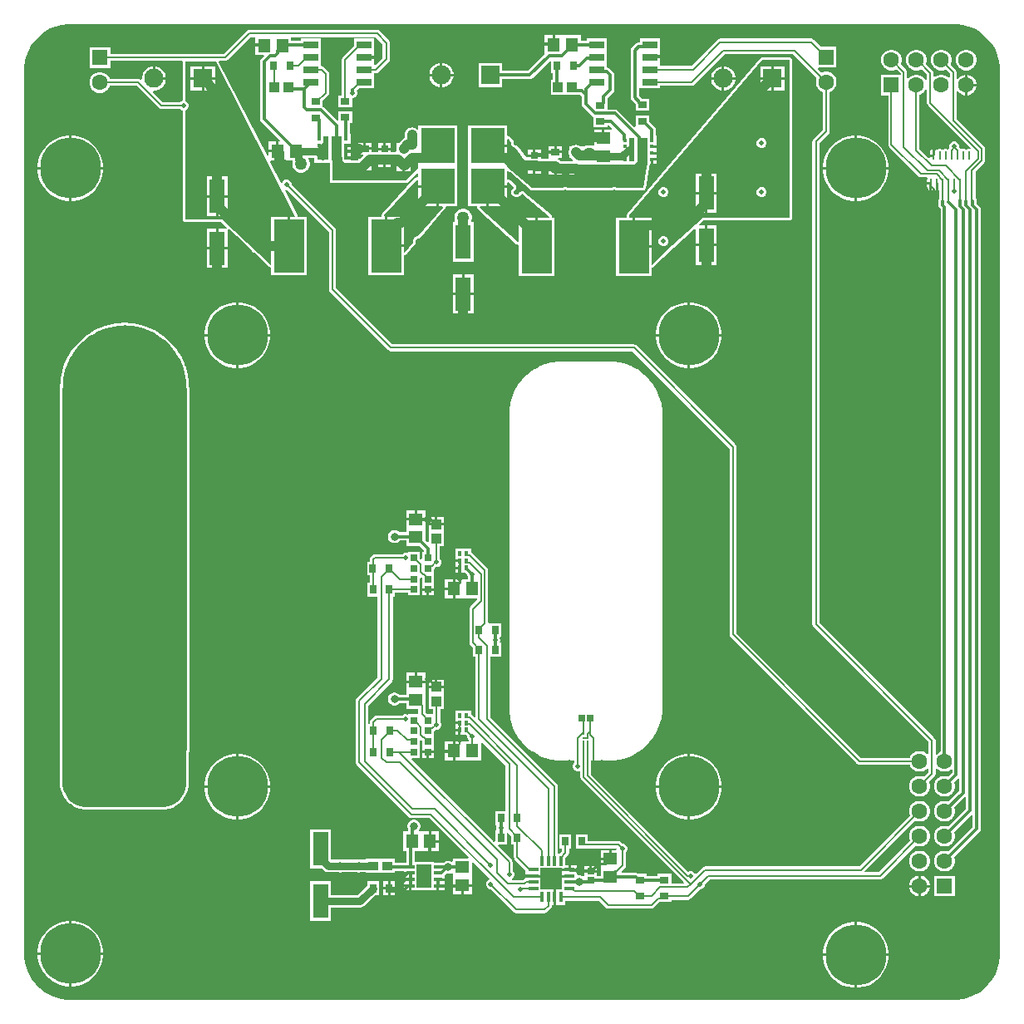
<source format=gbr>
%FSLAX23Y23*%
%MOIN*%
%SFA1B1*%

%IPPOS*%
%ADD10O,0.009060X0.035430*%
%ADD11R,0.009060X0.035430*%
%ADD12R,0.060040X0.027560*%
%ADD13R,0.027560X0.028540*%
%ADD14C,0.009840*%
%ADD15R,0.013780X0.041340*%
%ADD16R,0.041340X0.013780*%
%ADD17R,0.088980X0.088980*%
%ADD18R,0.015750X0.019680*%
%ADD19R,0.058660X0.094490*%
%ADD20R,0.035430X0.013780*%
%ADD21R,0.035430X0.027560*%
%ADD22R,0.137800X0.139760*%
%ADD23R,0.027560X0.035430*%
%ADD24R,0.017720X0.017720*%
%ADD25R,0.040790X0.096460*%
%ADD26R,0.022130X0.096460*%
%ADD27R,0.122050X0.212600*%
%ADD28R,0.038980X0.037010*%
%ADD29R,0.031500X0.025590*%
%ADD30R,0.031500X0.041340*%
%ADD31R,0.062990X0.137800*%
%ADD32R,0.039370X0.039370*%
%ADD33R,0.057090X0.051180*%
%ADD34R,0.051180X0.057090*%
%ADD35R,0.039370X0.039370*%
%ADD36R,0.026770X0.028350*%
%ADD37R,0.028350X0.026770*%
%ADD38C,0.005510*%
%ADD39C,0.011810*%
%ADD40C,0.007870*%
%ADD41C,0.039370*%
%ADD42C,0.029530*%
%ADD43C,0.010000*%
%ADD44C,0.019680*%
%ADD45C,0.015750*%
%ADD46R,0.076770X0.076770*%
%ADD47C,0.076770*%
%ADD48C,0.062990*%
%ADD49R,0.062990X0.062990*%
%ADD50R,0.062990X0.062990*%
%ADD51C,0.244100*%
%ADD52C,0.019680*%
%ADD53C,0.050000*%
%ADD54C,0.031500*%
%LNbase_pcb1_copper_signal_top-1*%
%LPD*%
G36*
X3776Y3921D02*
X3799Y3915D01*
X3822Y3906*
X3843Y3894*
X3862Y3879*
X3879Y3862*
X3894Y3843*
X3906Y3822*
X3915Y3799*
X3921Y3776*
X3924Y3752*
Y3740*
Y196*
Y184*
X3921Y160*
X3915Y137*
X3906Y114*
X3894Y93*
X3879Y74*
X3862Y57*
X3843Y42*
X3822Y30*
X3799Y21*
X3776Y15*
X3752Y12*
X184*
X160Y15*
X137Y21*
X114Y30*
X93Y42*
X74Y57*
X57Y74*
X42Y93*
X30Y114*
X21Y137*
X15Y160*
X12Y184*
Y196*
Y3740*
Y3752*
X15Y3776*
X21Y3799*
X30Y3822*
X42Y3843*
X57Y3862*
X74Y3879*
X93Y3894*
X114Y3906*
X137Y3915*
X160Y3921*
X184Y3924*
X3752*
X3776Y3921*
G37*
%LNbase_pcb1_copper_signal_top-2*%
%LPC*%
G36*
X2130Y3881D02*
X2099D01*
Y3847*
X2130*
Y3881*
G37*
G36*
X2172D02*
X2170D01*
X2140*
Y3842*
X2135*
Y3837*
X2099*
Y3804*
X2096Y3800*
X2032Y3736*
X1929*
Y3768*
X1833*
Y3672*
X1929*
Y3704*
X2039*
X2045Y3705*
X2050Y3709*
X2120Y3778*
X2125Y3776*
Y3729*
X2132*
Y3700*
X2123*
Y3641*
X2222*
X2223Y3641*
X2241*
X2247Y3635*
Y3605*
X2248Y3598*
X2252Y3593*
X2290Y3555*
X2295Y3552*
Y3510*
X2350*
Y3517*
X2356*
X2368Y3506*
X2366Y3501*
X2339*
Y3466*
X2334*
Y3461*
X2296*
Y3439*
X2291Y3436*
X2290Y3437*
X2281Y3439*
X2272*
X2263Y3437*
X2257Y3433*
X2252Y3434*
X2242*
X2239Y3436*
X2232Y3439*
X2224Y3441*
X2216Y3439*
X2209Y3436*
X2206Y3434*
X2196*
Y3421*
X2195Y3418*
X2194Y3411*
X2195Y3403*
X2196Y3400*
Y3387*
X2205*
X2212Y3380*
X2210Y3375*
X2162*
X2161Y3376*
X2155Y3381*
X2152Y3382*
X2153Y3387*
X2169*
Y3406*
X2114*
Y3390*
Y3387*
X2110Y3385*
X2083*
Y3392*
X2057*
X2031*
Y3386*
X2026*
X1990Y3433*
X1989Y3433*
X1989Y3434*
X1988Y3435*
X1987Y3436*
X1986Y3436*
X1986Y3436*
X1984Y3436*
X1983Y3437*
X1983Y3437*
X1979Y3438*
X1976Y3441*
X1975Y3445*
Y3449*
X1974Y3451*
X1974Y3452*
X1974Y3453*
X1974Y3453*
X1973Y3454*
X1973Y3456*
X1961Y3470*
X1961Y3470*
X1961Y3471*
X1960Y3472*
X1958Y3473*
X1958Y3473*
X1958Y3473*
X1956Y3474*
X1955Y3474*
X1954Y3474*
X1954Y3474*
X1953Y3474*
X1950Y3476*
X1949Y3478*
X1948Y3478*
Y3517*
X1791*
Y3359*
Y3357*
Y3354*
Y3194*
X1825*
X1825Y3194*
X1826Y3193*
X1829Y3189*
X1829Y3189*
X1829Y3189*
X1829Y3187*
X1830Y3185*
X1830Y3185*
X1830Y3185*
X1831Y3183*
X1832Y3182*
X1832Y3182*
X1832Y3182*
X1984Y3042*
X1986Y3041*
X1987Y3040*
X1987Y3040*
X1987Y3040*
X1989Y3040*
X1991Y3040*
X1992Y3039*
X1995Y3037*
X1995Y3036*
Y2915*
X2137*
Y3147*
X2131*
X2131Y3147*
X2129Y3149*
X2127Y3152*
X2127Y3152*
X2127Y3153*
X2127Y3153*
X2126Y3155*
X2126Y3156*
X2126Y3156*
X2126Y3157*
X2124Y3158*
X2123Y3159*
X2123Y3160*
X2123Y3160*
X2015Y3251*
X2015Y3252*
X2014Y3252*
X2013Y3253*
X2012Y3253*
X2011Y3253*
X2010Y3253*
X2009Y3253*
X2008Y3254*
X2007Y3253*
X2006Y3253*
X2000Y3252*
X1999Y3252*
X1999Y3251*
X1998Y3251*
X1997Y3250*
X1996Y3250*
X1995Y3249*
X1995Y3248*
X1994Y3247*
X1994Y3246*
X1993Y3246*
X1993Y3244*
X1990Y3241*
X1986Y3240*
X1982*
X1979Y3241*
X1976Y3244*
X1975Y3248*
Y3252*
X1976Y3255*
X1979Y3258*
X1980Y3259*
X1981Y3259*
X1981Y3260*
X1982Y3261*
X1983Y3262*
X1983Y3262*
X1984Y3263*
X1984Y3264*
X1984Y3265*
X1985Y3270*
X1985Y3272*
X1985Y3273*
X1985Y3273*
X1985Y3274*
X1984Y3275*
X1984Y3277*
X1984Y3277*
X1983Y3278*
X1982Y3279*
X1982Y3280*
X1960Y3298*
X1958Y3299*
X1957Y3300*
X1956Y3300*
X1956Y3300*
X1954Y3300*
X1953Y3301*
X1951Y3302*
X1949Y3304*
X1948Y3305*
Y3333*
X1952Y3334*
X1953Y3334*
X1959Y3330*
X1960Y3330*
X2043Y3259*
X2044Y3259*
X2045Y3258*
X2046Y3258*
X2046Y3258*
X2048Y3257*
X2049Y3257*
X2172*
X2176Y3258*
X2179Y3259*
X2183*
X2187Y3258*
X2191Y3257*
X2369*
X2372Y3258*
X2376Y3259*
X2380*
X2384Y3258*
X2388Y3257*
X2493*
X2494Y3257*
X2495Y3257*
X2496Y3258*
X2497Y3258*
X2498Y3258*
X2499Y3259*
X2499Y3259*
X2500Y3260*
X2501Y3261*
X2502Y3262*
X2502Y3263*
X2502Y3263*
X2503Y3264*
X2503Y3265*
X2518Y3349*
Y3350*
X2519Y3350*
X2518Y3352*
X2518Y3353*
X2518Y3353*
X2519Y3357*
X2520Y3362*
X2522*
Y3363*
X2524*
Y3381*
X2529*
Y3386*
X2548*
Y3388*
Y3402*
X2529*
Y3412*
X2548*
Y3414*
Y3428*
X2529*
Y3438*
X2548*
Y3439*
Y3477*
X2545*
Y3500*
X2544Y3506*
X2540Y3511*
X2518Y3534*
Y3558*
X2463*
Y3514*
Y3514*
Y3514*
X2462Y3513*
X2458Y3512*
X2392Y3578*
X2386Y3581*
X2380Y3582*
X2350*
Y3605*
X2350Y3607*
Y3627*
X2373Y3649*
X2377Y3655*
X2378Y3661*
Y3720*
X2377Y3726*
X2373Y3731*
X2359Y3746*
X2354Y3749*
X2347Y3751*
X2347*
Y3766*
Y3768*
Y3771*
Y3816*
Y3818*
Y3866*
X2267*
Y3858*
X2243*
Y3881*
X2175*
X2172*
G37*
G36*
X3081Y3790D02*
X2972D01*
X2972Y3790*
X2971Y3790*
X2970Y3790*
X2968Y3790*
X2968Y3789*
X2967Y3789*
X2966Y3788*
X2965Y3787*
X2965Y3787*
X2964Y3787*
X2430Y3163*
X2429Y3162*
X2429Y3160*
X2428Y3160*
X2428Y3160*
X2428Y3158*
X2428Y3157*
Y3147*
X2385*
Y2915*
X2527*
Y2947*
X2529Y2947*
X2531Y2947*
X2531Y2948*
X2531Y2948*
X2533Y2949*
X2534Y2950*
X2619Y3029*
X2700Y3104*
X2705Y3102*
Y3043*
X2742*
Y3117*
X2721*
X2719Y3121*
X2737Y3138*
X3081*
X3085Y3139*
X3089Y3141*
X3091Y3145*
X3092Y3148*
Y3780*
X3091Y3784*
X3089Y3787*
X3085Y3790*
X3081Y3790*
G37*
G36*
X1426Y3901D02*
X913D01*
X907Y3900*
X903Y3897*
X811Y3805*
X356*
Y3832*
X273*
Y3749*
X356*
Y3777*
X644*
X647Y3774*
Y3618*
X647*
X639Y3615*
X637Y3612*
X568*
X528Y3652*
X530Y3657*
X537*
X550Y3661*
X561Y3667*
X570Y3676*
X576Y3687*
X579Y3699*
Y3701*
X531*
Y3706*
X526*
Y3754*
X525*
X512Y3751*
X501Y3744*
X492Y3735*
X486Y3724*
X483Y3712*
Y3704*
X482Y3704*
X478Y3702*
X475Y3704*
X469Y3705*
X354*
X353Y3707*
X348Y3716*
X340Y3724*
X330Y3729*
X320Y3732*
X309*
X298Y3729*
X289Y3724*
X281Y3716*
X276Y3707*
X273Y3696*
Y3685*
X276Y3675*
X281Y3665*
X289Y3658*
X298Y3652*
X309Y3649*
X320*
X330Y3652*
X340Y3658*
X348Y3665*
X353Y3675*
X354Y3677*
X463*
X552Y3588*
X556Y3585*
X562Y3584*
X637*
X639Y3581*
X647Y3578*
X647*
Y3142*
X647Y3138*
X650Y3135*
X653Y3132*
X657Y3132*
X800*
X825Y3109*
X823Y3104*
X823*
X822*
X790*
Y3030*
X826*
X826Y3100*
Y3101*
Y3101*
X827Y3101*
X831Y3103*
X893Y3046*
X925Y3014*
X931Y3009*
X933Y3008*
X995Y2951*
X996Y2950*
X998Y2949*
X998Y2949*
X998Y2949*
X1000Y2949*
X1002Y2948*
Y2919*
X1144*
Y3151*
X1114*
X1109Y3152*
X1109Y3154*
X1108Y3155*
X1108Y3155*
X1108Y3156*
X1056Y3258*
X1060Y3261*
X1063*
X1233Y3091*
Y2861*
X1234Y2855*
X1237Y2851*
X1472Y2616*
X1477Y2613*
X1482Y2612*
X2450*
X2840Y2222*
Y1476*
X2841Y1470*
X2844Y1466*
X3352Y957*
X3357Y954*
X3362Y953*
X3563*
X3563Y951*
X3569Y942*
X3576Y934*
X3586Y929*
X3596Y926*
X3607*
X3618Y929*
X3627Y934*
X3632Y939*
X3637Y937*
Y923*
X3620Y905*
X3618Y906*
X3607Y909*
X3596*
X3586Y906*
X3576Y900*
X3569Y893*
X3563Y883*
X3560Y873*
Y862*
X3563Y851*
X3569Y842*
X3576Y834*
X3586Y829*
X3596Y826*
X3607*
X3618Y829*
X3627Y834*
X3635Y842*
X3641Y851*
X3643Y862*
Y873*
X3641Y883*
X3640Y885*
X3661Y907*
X3664Y911*
X3666Y917*
Y938*
X3671Y940*
X3676Y934*
X3686Y929*
X3696Y926*
X3707*
X3718Y929*
X3727Y934*
X3728Y935*
X3733Y933*
Y921*
X3718Y906*
X3707Y909*
X3696*
X3686Y906*
X3676Y900*
X3669Y893*
X3663Y883*
X3660Y873*
Y862*
X3663Y851*
X3669Y842*
X3676Y834*
X3686Y829*
X3696Y826*
X3707*
X3718Y829*
X3727Y834*
X3735Y842*
X3741Y851*
X3743Y862*
Y873*
X3741Y883*
X3756Y898*
X3761Y896*
Y849*
X3718Y806*
X3707Y809*
X3696*
X3686Y806*
X3676Y800*
X3669Y793*
X3663Y783*
X3660Y773*
Y762*
X3663Y751*
X3669Y742*
X3676Y734*
X3686Y729*
X3696Y726*
X3707*
X3718Y729*
X3727Y734*
X3735Y742*
X3741Y751*
X3743Y762*
Y773*
X3741Y783*
X3784Y826*
X3789Y824*
Y777*
X3718Y706*
X3707Y709*
X3696*
X3686Y706*
X3676Y700*
X3669Y693*
X3663Y683*
X3660Y673*
Y662*
X3663Y651*
X3669Y642*
X3676Y634*
X3686Y629*
X3696Y626*
X3707*
X3718Y629*
X3727Y634*
X3735Y642*
X3741Y651*
X3743Y662*
Y673*
X3741Y683*
X3810Y752*
X3814Y750*
Y703*
X3718Y606*
X3707Y609*
X3696*
X3686Y606*
X3676Y600*
X3669Y593*
X3663Y583*
X3660Y573*
Y562*
X3663Y551*
X3669Y542*
X3676Y534*
X3686Y529*
X3696Y526*
X3707*
X3718Y529*
X3727Y534*
X3735Y542*
X3741Y551*
X3743Y562*
Y573*
X3741Y583*
X3842Y685*
X3846Y690*
X3847Y696*
Y3181*
X3846Y3187*
X3842Y3192*
X3831Y3204*
Y3215*
X3830Y3221*
X3826Y3226*
X3826Y3227*
Y3258*
X3827*
Y3314*
X3826*
Y3334*
X3861Y3369*
X3864Y3373*
X3865Y3378*
Y3424*
X3864Y3429*
X3861Y3433*
X3750Y3543*
Y3654*
X3755Y3656*
X3756Y3655*
X3764Y3647*
X3773Y3641*
X3784Y3639*
X3784*
Y3680*
Y3722*
X3784*
X3773Y3719*
X3764Y3713*
X3756Y3706*
X3755Y3705*
X3750Y3706*
Y3732*
X3749Y3737*
X3747Y3741*
X3726Y3761*
X3728Y3764*
X3731Y3775*
Y3786*
X3728Y3796*
X3722Y3806*
X3715Y3813*
X3705Y3819*
X3695Y3822*
X3684*
X3673Y3819*
X3664Y3813*
X3656Y3806*
X3651Y3796*
X3648Y3786*
Y3775*
X3651Y3764*
X3656Y3755*
X3664Y3747*
X3673Y3741*
X3684Y3739*
X3695*
X3705Y3741*
X3708Y3743*
X3724Y3726*
Y3711*
X3719Y3709*
X3715Y3713*
X3705Y3719*
X3695Y3722*
X3684*
X3673Y3719*
X3664Y3713*
X3663Y3712*
X3658Y3714*
Y3728*
X3657Y3733*
X3654Y3738*
X3628Y3764*
X3628Y3764*
X3631Y3775*
Y3786*
X3628Y3796*
X3622Y3806*
X3615Y3813*
X3605Y3819*
X3595Y3822*
X3584*
X3573Y3819*
X3564Y3813*
X3556Y3806*
X3551Y3796*
X3548Y3786*
Y3775*
X3551Y3764*
X3556Y3755*
X3564Y3747*
X3573Y3741*
X3584Y3739*
X3595*
X3605Y3741*
X3610Y3745*
X3632Y3723*
Y3699*
X3627Y3698*
X3622Y3706*
X3615Y3713*
X3605Y3719*
X3595Y3722*
X3584*
X3573Y3719*
X3564Y3713*
X3557Y3707*
X3552Y3709*
Y3732*
X3551Y3737*
X3548Y3741*
X3527Y3763*
X3528Y3764*
X3531Y3775*
Y3786*
X3528Y3796*
X3522Y3806*
X3515Y3813*
X3505Y3819*
X3495Y3822*
X3484*
X3473Y3819*
X3464Y3813*
X3456Y3806*
X3451Y3796*
X3448Y3786*
Y3775*
X3451Y3764*
X3456Y3755*
X3464Y3747*
X3473Y3741*
X3484Y3739*
X3495*
X3505Y3741*
X3509Y3744*
X3526Y3727*
Y3722*
X3448*
Y3639*
X3476*
Y3440*
X3477Y3436*
X3480Y3431*
X3598Y3314*
X3602Y3311*
X3607Y3310*
X3631*
X3634Y3305*
X3633Y3305*
X3632Y3299*
Y3291*
X3647*
Y3286*
X3652*
Y3259*
X3653Y3259*
X3655Y3261*
X3659Y3262*
X3663Y3261*
X3665Y3259*
X3666Y3259*
Y3286*
X3676*
Y3259*
X3676Y3259*
X3681Y3256*
Y3224*
X3679Y3221*
X3678Y3215*
Y3197*
X3679Y3191*
X3683Y3186*
X3686Y3183*
Y3181*
Y1006*
X3676Y1000*
X3671Y995*
X3666Y997*
Y1052*
Y1052*
X3664Y1058*
X3661Y1062*
X3201Y1523*
Y3447*
X3238Y3485*
X3241Y3489*
X3242Y3495*
Y3652*
X3244Y3653*
X3253Y3658*
X3261Y3666*
X3267Y3676*
X3269Y3686*
Y3697*
X3267Y3708*
X3261Y3717*
X3253Y3725*
X3244Y3730*
X3233Y3733*
X3222*
X3212Y3730*
X3210Y3729*
X3194Y3745*
X3196Y3750*
X3269*
Y3833*
X3206*
X3178Y3862*
X3173Y3865*
X3168Y3866*
X2802*
X2797Y3865*
X2792Y3862*
X2687Y3756*
X2564*
X2560Y3760*
Y3766*
Y3771*
Y3787*
X2520*
Y3797*
X2560*
Y3813*
Y3816*
Y3821*
Y3866*
X2480*
Y3851*
X2475*
X2469Y3849*
X2464Y3846*
X2449Y3831*
X2445Y3825*
X2444Y3819*
Y3630*
X2445Y3624*
X2449Y3618*
X2463Y3604*
Y3576*
X2518*
Y3623*
X2489*
X2476Y3636*
Y3666*
X2480Y3668*
X2481*
X2560*
Y3678*
X2688*
X2693Y3679*
X2698Y3682*
X2820Y3805*
X3094*
X3190Y3709*
X3189Y3708*
X3186Y3697*
Y3686*
X3189Y3676*
X3195Y3666*
X3202Y3658*
X3212Y3653*
X3214Y3652*
Y3501*
X3176Y3463*
X3173Y3459*
X3172Y3453*
Y1517*
X3173Y1512*
X3176Y1507*
X3637Y1047*
Y998*
X3632Y996*
X3627Y1000*
X3618Y1006*
X3607Y1009*
X3596*
X3586Y1006*
X3576Y1000*
X3569Y993*
X3563Y983*
X3563Y981*
X3368*
X2868Y1482*
Y2228*
X2867Y2234*
X2864Y2238*
X2466Y2636*
X2462Y2639*
X2456Y2640*
X1488*
X1262Y2867*
Y3097*
X1261Y3102*
X1258Y3107*
X1083Y3281*
Y3285*
X1080Y3292*
X1074Y3298*
X1067Y3301*
X1059*
X1052Y3298*
X1046Y3292*
X1045Y3289*
X1040Y3289*
X997Y3372*
X1000Y3376*
X1022*
Y3410*
X991*
Y3395*
X986Y3393*
X792Y3772*
X794Y3777*
X817*
X822Y3778*
X827Y3781*
X918Y3872*
X938*
Y3843*
X973*
Y3833*
X938*
Y3800*
X971*
X973Y3795*
X962Y3784*
X958Y3779*
X957Y3773*
Y3544*
X958Y3537*
X962Y3532*
X1036Y3458*
X1035Y3453*
X1032*
Y3415*
Y3376*
X1062*
X1064*
X1067*
X1086*
X1087Y3371*
X1087Y3371*
X1087Y3368*
Y3359*
X1089Y3350*
X1094Y3342*
X1100Y3336*
X1108Y3331*
X1117Y3329*
X1126*
X1135Y3331*
X1143Y3336*
X1150Y3342*
X1154Y3350*
X1157Y3359*
Y3368*
X1154Y3377*
X1150Y3384*
X1152Y3389*
X1174*
Y3369*
X1200*
Y3368*
X1236*
Y3368*
X1237Y3360*
X1237Y3359*
Y3296*
X1238Y3292*
X1240Y3289*
X1244Y3287*
X1248Y3286*
X1541*
X1545Y3287*
X1549Y3289*
X1586Y3327*
X1591Y3325*
Y3314*
X1591Y3314*
X1590Y3313*
X1586Y3310*
X1586Y3310*
X1586Y3310*
X1584Y3310*
X1582Y3309*
X1582Y3309*
X1582Y3309*
X1581Y3308*
X1579Y3307*
X1579Y3307*
X1579Y3307*
X1447Y3163*
X1446Y3161*
X1445Y3160*
X1445Y3159*
X1445Y3159*
X1444Y3157*
X1444Y3156*
X1444Y3155*
X1441Y3152*
X1440Y3151*
X1392*
Y2919*
X1534*
Y2995*
X1534Y2995*
X1535Y2997*
X1539Y2999*
X1539Y2999*
X1539Y2999*
X1539Y2999*
X1541Y3000*
X1543Y3000*
X1543Y3000*
X1543Y3000*
X1544Y3001*
X1546Y3003*
X1546Y3003*
X1546Y3003*
X1579Y3041*
X1580Y3043*
X1581Y3044*
X1581Y3045*
X1581Y3045*
X1581Y3047*
X1581Y3048*
X1581Y3048*
X1581Y3049*
X1581Y3050*
Y3055*
X1582Y3058*
X1585Y3061*
X1589Y3062*
X1592*
X1592Y3063*
X1593Y3063*
X1594Y3063*
X1596Y3063*
X1596Y3063*
X1597Y3064*
X1598Y3065*
X1599Y3065*
X1599Y3066*
X1600Y3066*
X1699Y3183*
X1699Y3184*
X1700Y3186*
X1700Y3186*
X1700Y3186*
X1701Y3188*
X1701Y3190*
X1702Y3191*
X1705Y3194*
X1705Y3194*
X1749*
Y3354*
Y3357*
Y3359*
Y3517*
X1591*
Y3505*
X1586Y3502*
X1582Y3506*
X1574Y3509*
X1567Y3510*
X1559Y3509*
X1552Y3506*
X1545Y3501*
X1541Y3495*
X1538Y3488*
X1537Y3480*
Y3467*
X1534Y3466*
X1528Y3461*
X1514Y3447*
X1505*
Y3434*
X1504Y3431*
X1503Y3423*
X1504Y3416*
X1504Y3416*
X1500Y3411*
X1482*
Y3418*
X1456*
X1430*
Y3411*
X1405*
Y3420*
X1350*
Y3401*
X1370*
X1372Y3396*
X1359Y3383*
X1350*
Y3376*
X1337*
X1321Y3376*
Y3383*
X1302*
Y3393*
X1321*
Y3409*
X1302*
Y3419*
X1321*
Y3420*
Y3434*
X1302*
Y3444*
X1321*
Y3446*
Y3484*
X1318*
Y3526*
X1326*
Y3573*
X1271*
Y3539*
X1266Y3537*
X1211Y3592*
X1209Y3593*
Y3617*
X1230Y3638*
X1233Y3643*
X1234Y3648*
Y3725*
X1233Y3730*
X1230Y3735*
X1213Y3752*
X1208Y3755*
X1203Y3756*
X1201*
Y3766*
Y3768*
Y3771*
Y3816*
Y3818*
Y3866*
X1121*
Y3858*
X1082*
Y3872*
X1420*
X1449Y3843*
Y3789*
X1420Y3760*
X1415Y3762*
Y3766*
Y3771*
Y3787*
X1375*
Y3797*
X1415*
Y3816*
Y3818*
Y3821*
Y3866*
X1335*
Y3839*
X1289Y3792*
X1286Y3788*
X1285Y3782*
Y3639*
X1271*
Y3591*
X1326*
Y3628*
X1330*
X1338Y3631*
X1343Y3637*
X1346Y3644*
Y3652*
X1344Y3657*
Y3657*
X1355Y3668*
X1415*
Y3713*
Y3716*
Y3721*
Y3728*
X1422*
X1428Y3729*
X1432Y3732*
X1473Y3773*
X1476Y3777*
X1477Y3783*
Y3849*
X1476Y3855*
X1473Y3859*
X1436Y3897*
X1431Y3900*
X1426Y3901*
G37*
G36*
X3795Y3822D02*
X3784D01*
X3773Y3819*
X3764Y3813*
X3756Y3806*
X3751Y3796*
X3748Y3786*
Y3775*
X3751Y3764*
X3756Y3755*
X3764Y3747*
X3773Y3741*
X3784Y3739*
X3795*
X3805Y3741*
X3815Y3747*
X3822Y3755*
X3828Y3764*
X3831Y3775*
Y3786*
X3828Y3796*
X3822Y3806*
X3815Y3813*
X3805Y3819*
X3795Y3822*
G37*
G36*
X1690Y3768D02*
X1689D01*
Y3725*
X1733*
Y3726*
X1729Y3739*
X1723Y3750*
X1714Y3759*
X1703Y3765*
X1690Y3768*
G37*
G36*
X1679D02*
X1678D01*
X1665Y3765*
X1654Y3759*
X1645Y3750*
X1639Y3739*
X1636Y3726*
Y3725*
X1679*
Y3768*
G37*
G36*
X2821Y3755D02*
X2819D01*
Y3712*
X2863*
Y3713*
X2860Y3725*
X2853Y3736*
X2844Y3745*
X2833Y3752*
X2821Y3755*
G37*
G36*
X2809D02*
X2808D01*
X2796Y3752*
X2785Y3745*
X2776Y3736*
X2769Y3725*
X2766Y3713*
Y3712*
X2809*
Y3755*
G37*
G36*
X537Y3754D02*
X536D01*
Y3711*
X579*
Y3712*
X576Y3724*
X570Y3735*
X561Y3744*
X550Y3751*
X537Y3754*
G37*
G36*
X3795Y3722D02*
X3794D01*
Y3685*
X3831*
Y3686*
X3828Y3696*
X3822Y3706*
X3815Y3713*
X3805Y3719*
X3795Y3722*
G37*
G36*
X1733Y3715D02*
X1689D01*
Y3672*
X1690*
X1703Y3675*
X1714Y3681*
X1723Y3690*
X1729Y3701*
X1733Y3714*
Y3715*
G37*
G36*
X1679D02*
X1636D01*
Y3714*
X1639Y3701*
X1645Y3690*
X1654Y3681*
X1665Y3675*
X1678Y3672*
X1679*
Y3715*
G37*
G36*
X2863Y3702D02*
X2819D01*
Y3658*
X2821*
X2833Y3661*
X2844Y3668*
X2853Y3677*
X2860Y3688*
X2863Y3700*
Y3702*
G37*
G36*
X2809D02*
X2766D01*
Y3700*
X2769Y3688*
X2776Y3677*
X2785Y3668*
X2796Y3661*
X2808Y3658*
X2809*
Y3702*
G37*
G36*
X3831Y3675D02*
X3794D01*
Y3639*
X3795*
X3805Y3641*
X3815Y3647*
X3822Y3655*
X3828Y3664*
X3831Y3675*
Y3675*
G37*
G36*
X2329Y3501D02*
X2296D01*
Y3471*
X2329*
Y3501*
G37*
G36*
X1405Y3448D02*
X1382D01*
Y3430*
X1405*
Y3448*
G37*
G36*
X1372D02*
X1350D01*
Y3430*
X1372*
Y3448*
G37*
G36*
X1482Y3446D02*
X1461D01*
Y3428*
X1482*
Y3446*
G37*
G36*
X1451D02*
X1430D01*
Y3428*
X1451*
Y3446*
G37*
G36*
X1022Y3453D02*
X991D01*
Y3420*
X1022*
Y3453*
G37*
G36*
X2169Y3434D02*
X2146D01*
Y3416*
X2169*
Y3434*
G37*
G36*
X2136D02*
X2114D01*
Y3416*
X2136*
Y3434*
G37*
G36*
X2083Y3420D02*
X2062D01*
Y3402*
X2083*
Y3420*
G37*
G36*
X2052D02*
X2031D01*
Y3402*
X2052*
Y3420*
G37*
G36*
X2548Y3376D02*
X2534D01*
Y3363*
X2548*
Y3376*
G37*
G36*
X3356Y3478D02*
X3351D01*
Y3351*
X3478*
Y3356*
X3475Y3377*
X3468Y3397*
X3459Y3415*
X3447Y3432*
X3432Y3447*
X3415Y3459*
X3397Y3468*
X3377Y3475*
X3356Y3478*
G37*
G36*
X3341D02*
X3336D01*
X3315Y3475*
X3295Y3468*
X3277Y3459*
X3260Y3447*
X3245Y3432*
X3233Y3415*
X3224Y3397*
X3217Y3377*
X3214Y3356*
Y3351*
X3341*
Y3478*
G37*
G36*
X207D02*
X201D01*
Y3351*
X328*
Y3356*
X325Y3377*
X319Y3397*
X309Y3415*
X297Y3432*
X282Y3447*
X266Y3459*
X247Y3468*
X227Y3475*
X207Y3478*
G37*
G36*
X191D02*
X186D01*
X165Y3475*
X146Y3468*
X127Y3459*
X110Y3447*
X96Y3432*
X83Y3415*
X74Y3397*
X68Y3377*
X64Y3356*
Y3351*
X191*
Y3478*
G37*
G36*
X3642Y3281D02*
X3632D01*
Y3273*
X3633Y3267*
X3637Y3262*
X3641Y3259*
X3642Y3259*
Y3281*
G37*
G36*
X3478Y3341D02*
X3351D01*
Y3214*
X3356*
X3377Y3217*
X3397Y3224*
X3415Y3233*
X3432Y3245*
X3447Y3260*
X3459Y3277*
X3468Y3295*
X3475Y3315*
X3478Y3336*
Y3341*
G37*
G36*
X3341D02*
X3214D01*
Y3336*
X3217Y3315*
X3224Y3295*
X3233Y3277*
X3245Y3260*
X3260Y3245*
X3277Y3233*
X3295Y3224*
X3315Y3217*
X3336Y3214*
X3341*
Y3341*
G37*
G36*
X328D02*
X201D01*
Y3214*
X207*
X227Y3217*
X247Y3224*
X266Y3233*
X282Y3245*
X297Y3260*
X309Y3277*
X319Y3295*
X325Y3315*
X328Y3336*
Y3341*
G37*
G36*
X191D02*
X64D01*
Y3336*
X68Y3315*
X74Y3295*
X83Y3277*
X96Y3260*
X110Y3245*
X127Y3233*
X146Y3224*
X165Y3217*
X186Y3214*
X191*
Y3341*
G37*
G36*
X2788Y3117D02*
X2752D01*
Y3043*
X2788*
Y3117*
G37*
G36*
X780Y3104D02*
X743D01*
Y3030*
X780*
Y3104*
G37*
G36*
X1776Y3184D02*
X1767D01*
X1758Y3182*
X1750Y3177*
X1743Y3171*
X1739Y3163*
X1736Y3154*
Y3145*
X1739Y3136*
X1739Y3135*
X1736Y3130*
X1730*
Y2972*
X1813*
Y3130*
X1806*
X1803Y3135*
X1804Y3136*
X1806Y3145*
Y3154*
X1804Y3163*
X1799Y3171*
X1793Y3177*
X1785Y3182*
X1776Y3184*
G37*
G36*
X2788Y3033D02*
X2752D01*
Y2959*
X2788*
Y3033*
G37*
G36*
X2742D02*
X2705D01*
Y2959*
X2742*
Y3033*
G37*
G36*
X826Y3020D02*
X790D01*
Y2946*
X826*
Y3020*
G37*
G36*
X780D02*
X743D01*
Y2946*
X780*
Y3020*
G37*
G36*
X1813Y2921D02*
X1776D01*
Y2847*
X1813*
Y2921*
G37*
G36*
X1766D02*
X1730D01*
Y2847*
X1766*
Y2921*
G37*
G36*
X1813Y2837D02*
X1776D01*
Y2763*
X1813*
Y2837*
G37*
G36*
X1766D02*
X1730D01*
Y2763*
X1766*
Y2837*
G37*
G36*
X421Y2726D02*
X407D01*
X406Y2726*
X406Y2726*
X392Y2725*
X392Y2725*
X392Y2725*
X378Y2723*
X378Y2723*
X377Y2723*
X364Y2721*
X363Y2721*
X363Y2721*
X349Y2718*
X349Y2718*
X349Y2718*
X336Y2714*
X335Y2714*
X335Y2714*
X322Y2709*
X322Y2709*
X321Y2709*
X308Y2703*
X308Y2703*
X308Y2703*
X295Y2697*
X295Y2697*
X295Y2697*
X283Y2690*
X282Y2690*
X282Y2690*
X270Y2682*
X270Y2682*
X270Y2682*
X259Y2674*
X258Y2674*
X258Y2674*
X247Y2665*
X247Y2665*
X247Y2665*
X236Y2655*
X236Y2655*
X236Y2655*
X226Y2645*
X226Y2645*
X226Y2645*
X217Y2634*
X216Y2634*
X216Y2634*
X207Y2623*
X207Y2623*
X207Y2623*
X199Y2611*
X199Y2611*
X199Y2611*
X191Y2599*
X191Y2599*
X191Y2598*
X184Y2586*
X184Y2586*
X184Y2586*
X178Y2573*
X178Y2573*
X178Y2573*
X172Y2560*
X172Y2560*
X172Y2559*
X168Y2546*
X168Y2546*
X167Y2546*
X164Y2532*
X164Y2532*
X164Y2532*
X160Y2518*
X160Y2518*
X160Y2518*
X158Y2504*
X158Y2504*
X158Y2503*
X156Y2489*
X156Y2489*
X156Y2489*
X155Y2475*
X156Y2475*
X155Y2474*
Y2469*
X155Y2468*
X154Y2465*
Y1010*
X155Y1006*
X155Y1006*
Y883*
Y873*
X155Y872*
Y871*
X159Y852*
X160Y851*
X160Y850*
X167Y832*
X168Y831*
X168Y830*
X179Y814*
X180Y813*
X180Y812*
X194Y798*
X195Y798*
X196Y797*
X212Y786*
X213Y785*
X214Y785*
X232Y777*
X233Y777*
X234Y777*
X253Y773*
X254*
X255Y773*
X571*
X572Y773*
X573*
X593Y777*
X593Y777*
X594Y777*
X613Y785*
X613Y785*
X614Y786*
X631Y797*
X631Y798*
X632Y798*
X646Y812*
X647Y813*
X648Y814*
X658Y830*
X659Y831*
X659Y832*
X667Y850*
X667Y851*
X668Y852*
X671Y871*
Y872*
X672Y873*
Y883*
Y1004*
X673Y1006*
X674Y1010*
Y2465*
X673Y2468*
X672Y2470*
Y2474*
X672Y2475*
X672Y2475*
X671Y2489*
X671Y2489*
X671Y2489*
X670Y2503*
X669Y2504*
X669Y2504*
X667Y2518*
X667Y2518*
X667Y2518*
X664Y2532*
X664Y2532*
X664Y2532*
X660Y2546*
X660Y2546*
X660Y2546*
X655Y2559*
X655Y2560*
X655Y2560*
X650Y2573*
X649Y2573*
X649Y2573*
X643Y2586*
X643Y2586*
X643Y2586*
X636Y2598*
X636Y2599*
X636Y2599*
X629Y2611*
X628Y2611*
X628Y2611*
X620Y2623*
X620Y2623*
X620Y2623*
X611Y2634*
X611Y2634*
X611Y2634*
X602Y2645*
X601Y2645*
X601Y2645*
X591Y2655*
X591Y2655*
X591Y2655*
X581Y2665*
X580Y2665*
X580Y2665*
X569Y2674*
X569Y2674*
X569Y2674*
X557Y2682*
X557Y2682*
X557Y2682*
X545Y2690*
X545Y2690*
X545Y2690*
X533Y2697*
X532Y2697*
X532Y2697*
X519Y2703*
X519Y2703*
X519Y2703*
X506Y2709*
X506Y2709*
X506Y2709*
X492Y2714*
X492Y2714*
X492Y2714*
X479Y2718*
X478Y2718*
X478Y2718*
X464Y2721*
X464Y2721*
X464Y2721*
X450Y2723*
X450Y2723*
X450Y2723*
X436Y2725*
X435Y2725*
X435Y2725*
X421Y2726*
X421Y2726*
X421Y2726*
G37*
G36*
X2687Y2809D02*
X2682D01*
Y2682*
X2809*
Y2687*
X2805Y2708*
X2799Y2727*
X2790Y2746*
X2777Y2763*
X2763Y2777*
X2746Y2790*
X2727Y2799*
X2708Y2805*
X2687Y2809*
G37*
G36*
X2672D02*
X2666D01*
X2646Y2805*
X2626Y2799*
X2607Y2790*
X2591Y2777*
X2576Y2763*
X2564Y2746*
X2554Y2727*
X2548Y2708*
X2545Y2687*
Y2682*
X2672*
Y2809*
G37*
G36*
X876D02*
X871D01*
Y2682*
X998*
Y2687*
X994Y2708*
X988Y2727*
X979Y2746*
X966Y2763*
X952Y2777*
X935Y2790*
X916Y2799*
X897Y2805*
X876Y2809*
G37*
G36*
X861D02*
X855D01*
X835Y2805*
X815Y2799*
X796Y2790*
X780Y2777*
X765Y2763*
X753Y2746*
X743Y2727*
X737Y2708*
X734Y2687*
Y2682*
X861*
Y2809*
G37*
G36*
X2373Y2571D02*
X2360Y2571D01*
X2166*
X2153*
X2153Y2570*
X2152Y2570*
X2126Y2567*
X2125Y2567*
X2125Y2567*
X2100Y2560*
X2099Y2560*
X2098Y2560*
X2074Y2550*
X2074Y2549*
X2073Y2549*
X2050Y2536*
X2050Y2536*
X2049Y2535*
X2029Y2519*
X2028Y2519*
X2027Y2518*
X2009Y2500*
X2009Y2499*
X2008Y2499*
X1992Y2478*
X1992Y2478*
X1991Y2477*
X1979Y2455*
X1978Y2454*
X1978Y2453*
X1968Y2429*
X1968Y2429*
X1967Y2428*
X1961Y2403*
X1961Y2402*
X1960Y2401*
X1957Y2376*
X1957Y2375*
X1957Y2374*
Y2361*
Y1181*
Y1168*
X1957Y1167*
X1957Y1166*
X1960Y1140*
X1961Y1140*
X1961Y1139*
X1967Y1114*
X1968Y1113*
X1968Y1112*
X1978Y1088*
X1978Y1088*
X1979Y1087*
X1991Y1065*
X1992Y1064*
X1992Y1063*
X2008Y1043*
X2009Y1042*
X2009Y1042*
X2027Y1023*
X2028Y1023*
X2029Y1022*
X2049Y1007*
X2050Y1006*
X2050Y1006*
X2073Y993*
X2074Y992*
X2074Y992*
X2098Y982*
X2099Y982*
X2100Y982*
X2125Y975*
X2125Y975*
X2126Y975*
X2152Y971*
X2153Y971*
X2153Y971*
X2166*
X2188*
X2192Y972*
X2199Y975*
X2204Y972*
X2204Y970*
X2219*
Y963*
X2215Y959*
X2212Y952*
Y944*
X2215Y936*
X2220Y931*
X2228Y928*
X2236*
X2238Y929*
X2242Y926*
Y903*
X2243Y898*
X2246Y894*
X2658Y482*
X2656Y477*
X2606*
Y516*
X2551*
Y508*
X2508*
Y516*
X2475*
X2470Y519*
X2464Y520*
X2408*
X2406Y524*
X2421Y540*
X2424Y545*
X2425Y550*
Y603*
X2428Y605*
X2431Y613*
Y620*
X2428Y628*
X2422Y633*
X2415Y636*
X2412*
X2404Y643*
X2400Y646*
X2394Y648*
X2270*
Y675*
X2223*
Y619*
X2255*
X2256Y619*
X2386*
X2388Y617*
X2385Y612*
X2367*
Y577*
X2362*
Y572*
X2323*
Y541*
Y539*
Y536*
Y507*
X2307*
Y521*
X2283*
X2259*
Y508*
X2256Y506*
X2254Y506*
X2249Y509*
X2242Y510*
X2235*
X2233Y510*
X2229Y513*
Y529*
X2198*
Y534*
X2193*
Y551*
X2181*
Y579*
X2191Y590*
X2194Y594*
X2196Y600*
Y619*
X2205*
Y675*
X2158*
Y619*
X2167*
Y606*
X2161Y599*
X2152*
Y868*
X2151Y874*
X2148Y878*
X1882Y1144*
Y1388*
X1924*
Y1443*
X1922*
X1919Y1448*
X1920Y1451*
Y1459*
X1919Y1462*
X1922Y1467*
X1924*
Y1522*
X1880*
X1877*
X1872Y1523*
Y1524*
Y1733*
X1871Y1738*
X1868Y1743*
X1807Y1804*
X1803Y1806*
Y1820*
X1740*
Y1780*
Y1776*
X1757*
Y1766*
X1740*
Y1751*
Y1748*
X1757*
Y1743*
X1762*
Y1723*
X1780*
X1788Y1715*
Y1714*
X1791Y1707*
X1791Y1706*
Y1698*
X1775*
X1772*
X1767*
X1740*
Y1660*
Y1621*
X1767*
X1770*
X1775*
X1827*
X1829Y1616*
X1800Y1587*
X1797Y1582*
X1796Y1577*
Y1445*
X1797Y1439*
X1800Y1435*
X1812Y1423*
Y1388*
X1821*
Y1146*
X1817Y1144*
X1807Y1154*
X1803Y1157*
Y1170*
X1740*
Y1130*
Y1127*
X1757*
Y1117*
X1740*
Y1102*
Y1098*
X1757*
Y1093*
X1762*
Y1073*
X1783*
X1788Y1068*
Y1064*
X1791Y1057*
X1793Y1054*
Y1049*
X1775*
X1772*
X1767*
X1740*
Y1010*
Y972*
X1767*
X1770*
X1775*
X1843*
Y1042*
X1848Y1044*
X1942Y950*
Y768*
X1900*
Y713*
X1902*
X1905Y708*
X1904Y705*
Y697*
X1905Y694*
X1902Y689*
X1900*
Y647*
X1895Y645*
X1564Y976*
X1566Y981*
X1599*
Y1023*
Y1050*
X1604Y1053*
X1606Y1051*
Y1023*
Y1010*
X1630*
X1654*
Y1023*
Y1065*
Y1087*
X1654Y1087*
X1659Y1090*
X1663Y1094*
X1669*
X1677Y1097*
X1682Y1103*
X1685Y1110*
Y1118*
X1682Y1125*
X1680Y1128*
Y1179*
X1693*
Y1236*
Y1261*
X1663*
X1634*
Y1236*
Y1179*
X1651*
Y1156*
X1626*
X1620Y1163*
Y1179*
X1621*
Y1247*
Y1250*
Y1255*
Y1282*
X1582*
X1544*
Y1255*
Y1252*
Y1247*
Y1234*
X1516*
X1511Y1238*
X1506Y1241*
X1499Y1243*
X1492*
X1486Y1241*
X1480Y1238*
X1475Y1233*
X1472Y1227*
X1470Y1221*
Y1214*
X1472Y1207*
X1475Y1202*
X1480Y1197*
X1486Y1193*
X1492Y1192*
X1499*
X1506Y1193*
X1511Y1197*
X1516Y1201*
X1544*
Y1179*
X1591*
Y1157*
X1591Y1156*
X1551*
X1549Y1155*
X1545Y1156*
X1537*
X1530Y1153*
X1527Y1151*
X1425*
X1419Y1150*
X1415Y1146*
X1401Y1133*
X1398Y1128*
X1397Y1123*
Y1117*
X1392*
Y1192*
X1486Y1286*
X1489Y1291*
X1490Y1296*
Y1629*
X1499*
Y1643*
X1551*
Y1633*
X1599*
Y1675*
Y1702*
X1604Y1705*
X1606Y1703*
Y1675*
Y1662*
X1630*
X1654*
Y1675*
Y1717*
Y1739*
X1658Y1742*
X1662Y1746*
X1668*
X1675Y1749*
X1681Y1755*
X1684Y1762*
Y1770*
X1681Y1777*
X1678Y1780*
Y1831*
X1693*
Y1888*
Y1913*
X1663*
X1634*
Y1888*
Y1847*
X1629Y1845*
X1621Y1854*
Y1899*
Y1902*
Y1907*
Y1934*
X1582*
X1544*
Y1907*
Y1904*
Y1899*
Y1886*
X1516*
X1511Y1890*
X1506Y1893*
X1499Y1895*
X1492*
X1486Y1893*
X1480Y1890*
X1475Y1885*
X1472Y1879*
X1470Y1873*
Y1866*
X1472Y1859*
X1475Y1853*
X1480Y1849*
X1486Y1845*
X1492Y1844*
X1499*
X1506Y1845*
X1511Y1849*
X1516Y1853*
X1544*
Y1831*
X1598*
X1614Y1815*
Y1808*
X1606*
Y1780*
X1601Y1778*
X1599Y1780*
Y1808*
X1551*
Y1806*
X1547Y1803*
X1545Y1804*
X1537*
X1530Y1801*
X1527Y1798*
X1416*
X1410Y1797*
X1406Y1794*
X1400Y1788*
X1397Y1783*
X1396Y1778*
Y1769*
X1386*
Y1714*
X1396*
Y1685*
X1387*
Y1629*
X1429*
Y1305*
X1344Y1220*
X1341Y1215*
X1340Y1210*
Y965*
X1341Y960*
X1344Y955*
X1554Y745*
X1558Y742*
X1564Y741*
X1636*
X1793Y583*
X1791Y579*
X1730*
Y568*
X1725Y565*
X1722Y567*
X1715Y569*
X1709*
X1702Y567*
X1696Y564*
X1695Y562*
X1655*
Y564*
X1577*
Y609*
X1598*
X1602*
X1607*
X1634*
Y647*
Y686*
X1607*
X1603*
X1595*
X1593Y691*
X1595Y692*
X1598Y698*
X1600Y705*
Y712*
X1598Y718*
X1595Y724*
X1590Y729*
X1584Y732*
X1578Y734*
X1571*
X1564Y732*
X1558Y729*
X1554Y724*
X1550Y718*
X1549Y712*
Y705*
X1550Y698*
X1550Y698*
X1550Y695*
Y686*
X1530*
Y609*
X1544*
Y562*
X1533*
Y562*
X1497*
Y577*
X1380*
Y573*
X1359*
X1357Y574*
X1350*
X1349Y573*
X1284*
X1282Y574*
X1276*
X1274Y573*
X1242*
Y695*
X1159*
Y537*
X1206*
X1213Y530*
X1221Y525*
X1230Y523*
X1274*
X1276Y522*
X1282*
X1284Y523*
X1349*
X1350Y522*
X1357*
X1359Y523*
X1380*
Y520*
X1497*
Y529*
X1533*
Y525*
X1560*
Y515*
X1533*
Y503*
Y499*
X1560*
Y489*
X1533*
Y477*
Y474*
X1560*
Y469*
X1565*
Y452*
X1576*
Y450*
X1655*
Y452*
X1665*
Y469*
X1670*
Y474*
X1698*
Y477*
Y489*
X1670*
Y499*
X1698*
Y511*
X1706Y518*
X1709Y518*
X1715*
X1722Y519*
X1725Y521*
X1730Y518*
Y508*
Y503*
Y475*
X1807*
Y503*
Y506*
Y511*
Y563*
X1812Y565*
X1877Y499*
X1876Y494*
X1871Y492*
X1866Y486*
X1863Y479*
Y471*
X1866Y464*
X1871Y458*
X1879Y455*
X1882*
X1974Y363*
X1978Y360*
X1984Y359*
X2098*
X2104Y360*
X2108Y363*
X2123Y378*
X2126Y383*
X2127Y388*
Y392*
X2133*
Y423*
X2143*
Y392*
X2181*
Y409*
X2316*
X2343Y382*
X2347Y379*
X2353Y378*
X2527*
X2532Y379*
X2537Y382*
X2558Y403*
X2606*
Y412*
X2674*
X2679Y414*
X2684Y417*
X2720Y453*
X2724*
X2731Y456*
X2737Y462*
X2740Y469*
Y473*
X2761Y494*
X3443*
X3448Y495*
X3453Y498*
X3584Y629*
X3586Y629*
X3596Y626*
X3607*
X3618Y629*
X3627Y634*
X3635Y642*
X3641Y651*
X3643Y662*
Y673*
X3641Y683*
X3635Y693*
X3627Y700*
X3618Y706*
X3607Y709*
X3596*
X3586Y706*
X3576Y700*
X3569Y693*
X3563Y683*
X3560Y673*
Y662*
X3563Y651*
X3564Y650*
X3437Y523*
X3384*
X3382Y527*
X3584Y729*
X3586Y729*
X3596Y726*
X3607*
X3618Y729*
X3627Y734*
X3635Y742*
X3641Y751*
X3643Y762*
Y773*
X3641Y783*
X3635Y793*
X3627Y800*
X3618Y806*
X3607Y809*
X3596*
X3586Y806*
X3576Y800*
X3569Y793*
X3563Y783*
X3560Y773*
Y762*
X3563Y751*
X3564Y750*
X3361Y546*
X2741*
X2736Y545*
X2731Y542*
X2706Y517*
X2701Y518*
X2700Y519*
X2695Y525*
X2688Y528*
X2680*
X2673Y525*
X2283Y915*
Y970*
X2322*
Y972*
X2322Y972*
X2327Y974*
X2333Y972*
X2337Y971*
X2341*
X2373*
X2374Y971*
X2375Y971*
X2400Y975*
X2401Y975*
X2402Y975*
X2427Y982*
X2428Y982*
X2428Y982*
X2452Y992*
X2453Y992*
X2454Y993*
X2476Y1006*
X2477Y1006*
X2477Y1007*
X2498Y1022*
X2498Y1023*
X2499Y1023*
X2517Y1042*
X2518Y1042*
X2518Y1043*
X2534Y1063*
X2535Y1064*
X2535Y1065*
X2548Y1087*
X2548Y1088*
X2549Y1088*
X2559Y1112*
X2559Y1113*
X2559Y1114*
X2566Y1139*
X2566Y1140*
X2566Y1140*
X2570Y1166*
X2570Y1167*
X2570Y1168*
Y1181*
X2570Y2361*
Y2361*
X2570Y2374*
X2570Y2375*
X2570Y2376*
X2566Y2401*
X2566Y2402*
X2566Y2403*
X2559Y2428*
X2559Y2429*
X2559Y2429*
X2549Y2453*
X2549Y2454*
X2548Y2455*
X2535Y2477*
X2535Y2478*
X2534Y2478*
X2519Y2499*
X2518Y2499*
X2518Y2500*
X2499Y2518*
X2499Y2519*
X2498Y2519*
X2478Y2535*
X2477Y2536*
X2476Y2536*
X2454Y2549*
X2453Y2549*
X2452Y2550*
X2428Y2560*
X2428Y2560*
X2427Y2560*
X2402Y2567*
X2401Y2567*
X2400Y2567*
X2375Y2571*
X2374Y2570*
X2373Y2571*
G37*
G36*
X2809Y2672D02*
X2682D01*
Y2545*
X2687*
X2708Y2548*
X2727Y2554*
X2746Y2564*
X2763Y2576*
X2777Y2591*
X2790Y2607*
X2799Y2626*
X2805Y2646*
X2809Y2666*
Y2672*
G37*
G36*
X2672D02*
X2545D01*
Y2666*
X2548Y2646*
X2554Y2626*
X2564Y2607*
X2576Y2591*
X2591Y2576*
X2607Y2564*
X2626Y2554*
X2646Y2548*
X2666Y2545*
X2672*
Y2672*
G37*
G36*
X998D02*
X871D01*
Y2545*
X876*
X897Y2548*
X916Y2554*
X935Y2564*
X952Y2576*
X966Y2591*
X979Y2607*
X988Y2626*
X994Y2646*
X998Y2666*
Y2672*
G37*
G36*
X861D02*
X734D01*
Y2666*
X737Y2646*
X743Y2626*
X753Y2607*
X765Y2591*
X780Y2576*
X796Y2564*
X815Y2554*
X835Y2548*
X855Y2545*
X861*
Y2672*
G37*
G36*
X1621Y1975D02*
X1587D01*
Y1944*
X1621*
Y1975*
G37*
G36*
X1577D02*
X1544D01*
Y1944*
X1577*
Y1975*
G37*
G36*
X1693Y1947D02*
X1668D01*
Y1923*
X1693*
Y1947*
G37*
G36*
X1658D02*
X1634D01*
Y1923*
X1658*
Y1947*
G37*
G36*
X1752Y1738D02*
X1740D01*
Y1723*
X1752*
Y1738*
G37*
G36*
X1730Y1698D02*
X1699D01*
Y1665*
X1730*
Y1698*
G37*
G36*
X1654Y1652D02*
X1635D01*
Y1633*
X1654*
Y1652*
G37*
G36*
X1625D02*
X1606D01*
Y1633*
X1625*
Y1652*
G37*
G36*
X1730Y1655D02*
X1699D01*
Y1621*
X1730*
Y1655*
G37*
G36*
X1621Y1323D02*
X1587D01*
Y1292*
X1621*
Y1323*
G37*
G36*
X1577D02*
X1544D01*
Y1292*
X1577*
Y1323*
G37*
G36*
X1693Y1295D02*
X1668D01*
Y1271*
X1693*
Y1295*
G37*
G36*
X1658D02*
X1634D01*
Y1271*
X1658*
Y1295*
G37*
G36*
X1752Y1088D02*
X1740D01*
Y1073*
X1752*
Y1088*
G37*
G36*
X1730Y1049D02*
X1699D01*
Y1015*
X1730*
Y1049*
G37*
G36*
X1654Y1000D02*
X1635D01*
Y981*
X1654*
Y1000*
G37*
G36*
X1625D02*
X1606D01*
Y981*
X1625*
Y1000*
G37*
G36*
X1730Y1005D02*
X1699D01*
Y972*
X1730*
Y1005*
G37*
G36*
X2687Y998D02*
X2682D01*
Y871*
X2809*
Y876*
X2805Y897*
X2799Y916*
X2790Y935*
X2777Y952*
X2763Y966*
X2746Y979*
X2727Y988*
X2708Y994*
X2687Y998*
G37*
G36*
X2672D02*
X2666D01*
X2646Y994*
X2626Y988*
X2607Y979*
X2591Y966*
X2576Y952*
X2564Y935*
X2554Y916*
X2548Y897*
X2545Y876*
Y871*
X2672*
Y998*
G37*
G36*
X876D02*
X871D01*
Y871*
X998*
Y876*
X994Y897*
X988Y916*
X979Y935*
X966Y952*
X952Y966*
X935Y979*
X916Y988*
X897Y994*
X876Y998*
G37*
G36*
X861D02*
X855D01*
X835Y994*
X815Y988*
X796Y979*
X780Y966*
X765Y952*
X753Y935*
X743Y916*
X737Y897*
X734Y876*
Y871*
X861*
Y998*
G37*
G36*
X2809Y861D02*
X2682D01*
Y734*
X2687*
X2708Y737*
X2727Y743*
X2746Y753*
X2763Y765*
X2777Y780*
X2790Y796*
X2799Y815*
X2805Y835*
X2809Y855*
Y861*
G37*
G36*
X2672D02*
X2545D01*
Y855*
X2548Y835*
X2554Y815*
X2564Y796*
X2576Y780*
X2591Y765*
X2607Y753*
X2626Y743*
X2646Y737*
X2666Y734*
X2672*
Y861*
G37*
G36*
X998D02*
X871D01*
Y734*
X876*
X897Y737*
X916Y743*
X935Y753*
X952Y765*
X966Y780*
X979Y796*
X988Y815*
X994Y835*
X998Y855*
Y861*
G37*
G36*
X861D02*
X734D01*
Y855*
X737Y835*
X743Y815*
X753Y796*
X765Y780*
X780Y765*
X796Y753*
X815Y743*
X835Y737*
X855Y734*
X861*
Y861*
G37*
G36*
X1644Y686D02*
Y652D01*
X1675*
Y686*
X1644*
G37*
G36*
X1675Y642D02*
X1644D01*
Y609*
X1675*
Y642*
G37*
G36*
X2357Y612D02*
X2323D01*
Y582*
X2357*
Y612*
G37*
G36*
X2229Y551D02*
X2203D01*
Y539*
X2229*
Y551*
G37*
G36*
X2307Y549D02*
X2288D01*
Y531*
X2307*
Y549*
G37*
G36*
X2278D02*
X2259D01*
Y531*
X2278*
Y549*
G37*
G36*
X3607Y609D02*
X3596D01*
X3586Y606*
X3576Y600*
X3569Y593*
X3563Y583*
X3560Y573*
Y562*
X3563Y551*
X3569Y542*
X3576Y534*
X3586Y529*
X3596Y526*
X3607*
X3618Y529*
X3627Y534*
X3635Y542*
X3641Y551*
X3643Y562*
Y573*
X3641Y583*
X3635Y593*
X3627Y600*
X3618Y606*
X3607Y609*
G37*
G36*
Y509D02*
X3607D01*
Y472*
X3643*
Y473*
X3641Y483*
X3635Y493*
X3627Y500*
X3618Y506*
X3607Y509*
G37*
G36*
X3597D02*
X3596D01*
X3586Y506*
X3576Y500*
X3569Y493*
X3563Y483*
X3560Y473*
Y472*
X3597*
Y509*
G37*
G36*
X1498Y487D02*
X1480D01*
Y464*
X1498*
Y487*
G37*
G36*
X1470D02*
X1451D01*
Y464*
X1470*
Y487*
G37*
G36*
X1698Y464D02*
X1675D01*
Y452*
X1698*
Y464*
G37*
G36*
X1555D02*
X1533D01*
Y452*
X1555*
Y464*
G37*
G36*
X1807Y465D02*
X1774D01*
Y435*
X1807*
Y465*
G37*
G36*
X1764D02*
X1730D01*
Y435*
X1764*
Y465*
G37*
G36*
X1433Y487D02*
X1386D01*
Y471*
X1347Y432*
X1242*
Y486*
X1159*
Y328*
X1242*
Y382*
X1357*
X1367Y384*
X1375Y389*
X1418Y432*
X1433*
Y452*
X1435Y459*
X1433Y467*
Y487*
G37*
G36*
X1498Y454D02*
X1480D01*
Y432*
X1498*
Y454*
G37*
G36*
X1470D02*
X1451D01*
Y432*
X1470*
Y454*
G37*
G36*
X3743Y509D02*
X3660D01*
Y426*
X3743*
Y509*
G37*
G36*
X3643Y462D02*
X3607D01*
Y426*
X3607*
X3618Y429*
X3627Y434*
X3635Y442*
X3641Y451*
X3643Y462*
Y462*
G37*
G36*
X3597D02*
X3560D01*
Y462*
X3563Y451*
X3569Y442*
X3576Y434*
X3586Y429*
X3596Y426*
X3597*
Y462*
G37*
G36*
X207Y328D02*
X201D01*
Y201*
X328*
Y207*
X325Y227*
X319Y247*
X309Y266*
X297Y282*
X282Y297*
X266Y309*
X247Y319*
X227Y325*
X207Y328*
G37*
G36*
X191D02*
X186D01*
X165Y325*
X146Y319*
X127Y309*
X110Y297*
X96Y282*
X83Y266*
X74Y247*
X68Y227*
X64Y207*
Y201*
X191*
Y328*
G37*
G36*
X3356Y324D02*
X3351D01*
Y197*
X3478*
Y202*
X3475Y223*
X3468Y242*
X3459Y261*
X3447Y278*
X3432Y293*
X3415Y305*
X3397Y314*
X3377Y321*
X3356Y324*
G37*
G36*
X3341D02*
X3336D01*
X3315Y321*
X3295Y314*
X3277Y305*
X3260Y293*
X3245Y278*
X3233Y261*
X3224Y242*
X3217Y223*
X3214Y202*
Y197*
X3341*
Y324*
G37*
G36*
X328Y191D02*
X201D01*
Y64*
X207*
X227Y68*
X247Y74*
X266Y83*
X282Y96*
X297Y110*
X309Y127*
X319Y146*
X325Y165*
X328Y186*
Y191*
G37*
G36*
X191D02*
X64D01*
Y186*
X68Y165*
X74Y146*
X83Y127*
X96Y110*
X110Y96*
X127Y83*
X146Y74*
X165Y68*
X186Y64*
X191*
Y191*
G37*
G36*
X3478Y187D02*
X3351D01*
Y60*
X3356*
X3377Y63*
X3397Y69*
X3415Y79*
X3432Y91*
X3447Y106*
X3459Y123*
X3468Y141*
X3475Y161*
X3478Y181*
Y187*
G37*
G36*
X3341D02*
X3214D01*
Y181*
X3217Y161*
X3224Y141*
X3233Y123*
X3245Y106*
X3260Y91*
X3277Y79*
X3295Y69*
X3315Y63*
X3336Y60*
X3341*
Y187*
G37*
%LNbase_pcb1_copper_signal_top-3*%
%LPD*%
G36*
X1964Y3449D02*
Y3443D01*
X1968Y3435*
X1973Y3430*
X1980Y3427*
X1982*
X2029Y3365*
X2031Y3365*
Y3361*
X2057*
X2084*
X2086Y3364*
X2114Y3363*
Y3350*
X2169*
Y3358*
X2173Y3361*
X2196Y3361*
Y3350*
X2224*
X2252*
Y3356*
X2255Y3360*
X2296Y3359*
Y3357*
X2358*
X2454Y3355*
X2505*
X2508Y3351*
X2493Y3267*
X2388*
X2382Y3270*
X2374*
X2369Y3267*
X2191*
X2185Y3270*
X2177*
X2172Y3267*
X2049*
X1949Y3352*
X1948Y3357*
Y3432*
X1870*
Y3442*
X1948*
Y3462*
X1953Y3464*
X1964Y3449*
G37*
G36*
X1975Y3272D02*
X1974Y3267D01*
X1973Y3266*
X1968Y3261*
X1964Y3254*
Y3246*
X1968Y3238*
X1973Y3233*
X1980Y3230*
X1988*
X1996Y3233*
X2001Y3238*
X2003Y3242*
X2009Y3243*
X2117Y3152*
X2115Y3147*
X2071*
Y3031*
X2061*
Y3147*
X1995*
Y3052*
X1991Y3050*
X1839Y3189*
X1841Y3194*
X1865*
Y3274*
X1870*
Y3279*
X1948*
Y3288*
X1953Y3290*
X1975Y3272*
G37*
%LNbase_pcb1_copper_signal_top-4*%
%LPC*%
G36*
X2083Y3351D02*
X2062D01*
Y3325*
X2083*
Y3351*
G37*
G36*
X2052D02*
X2031D01*
Y3325*
X2052*
Y3351*
G37*
G36*
X2169Y3340D02*
X2146D01*
Y3322*
X2169*
Y3340*
G37*
G36*
X2136D02*
X2114D01*
Y3322*
X2136*
Y3340*
G37*
G36*
X2252D02*
X2229D01*
Y3322*
X2252*
Y3340*
G37*
G36*
X2219D02*
X2196D01*
Y3322*
X2219*
Y3340*
G37*
G36*
X1948Y3269D02*
X1875D01*
Y3194*
X1948*
Y3269*
G37*
%LNbase_pcb1_copper_signal_top-5*%
%LPD*%
G36*
X3081Y3148D02*
X2733D01*
X2612Y3036*
X2527Y2957*
Y3026*
X2456*
Y3031*
X2451*
Y3147*
X2438*
Y3157*
X2972Y3780*
X3081*
Y3148*
G37*
%LNbase_pcb1_copper_signal_top-6*%
%LPC*%
G36*
X3060Y3755D02*
X3016D01*
Y3712*
X3060*
Y3755*
G37*
G36*
X3006D02*
X2963D01*
Y3712*
X3006*
Y3755*
G37*
G36*
X3060Y3702D02*
X3016D01*
Y3658*
X3060*
Y3702*
G37*
G36*
X3006D02*
X2963D01*
Y3658*
X3006*
Y3702*
G37*
G36*
X2973Y3466D02*
X2965D01*
X2957Y3463*
X2952Y3458*
X2949Y3450*
Y3443*
X2952Y3435*
X2957Y3430*
X2965Y3427*
X2973*
X2980Y3430*
X2985Y3435*
X2988Y3443*
Y3450*
X2985Y3458*
X2980Y3463*
X2973Y3466*
G37*
G36*
X2788Y3325D02*
X2752D01*
Y3251*
X2788*
Y3325*
G37*
G36*
X2742D02*
X2705D01*
Y3251*
X2742*
Y3325*
G37*
G36*
X2973Y3270D02*
X2965D01*
X2957Y3266*
X2952Y3261*
X2949Y3254*
Y3246*
X2952Y3238*
X2957Y3233*
X2965Y3230*
X2973*
X2980Y3233*
X2985Y3238*
X2988Y3246*
Y3254*
X2985Y3261*
X2980Y3266*
X2973Y3270*
G37*
G36*
X2579D02*
X2571D01*
X2564Y3266*
X2558Y3261*
X2555Y3254*
Y3246*
X2558Y3238*
X2564Y3233*
X2571Y3230*
X2579*
X2586Y3233*
X2592Y3238*
X2595Y3246*
Y3254*
X2592Y3261*
X2586Y3266*
X2579Y3270*
G37*
G36*
X2788Y3241D02*
X2752D01*
Y3167*
X2788*
Y3241*
G37*
G36*
X2742D02*
X2705D01*
Y3167*
X2742*
Y3241*
G37*
G36*
X2527Y3147D02*
X2461D01*
Y3036*
X2527*
Y3147*
G37*
G36*
X2579Y3073D02*
X2571D01*
X2564Y3070*
X2558Y3064*
X2555Y3057*
Y3049*
X2558Y3042*
X2564Y3036*
X2571Y3033*
X2579*
X2586Y3036*
X2592Y3042*
X2595Y3049*
Y3057*
X2592Y3064*
X2586Y3070*
X2579Y3073*
G37*
%LNbase_pcb1_copper_signal_top-7*%
%LPD*%
G36*
X3632Y3661D02*
Y3609D01*
X3633Y3604*
X3636Y3599*
X3807Y3428*
X3805Y3423*
X3801Y3424*
X3795Y3423*
X3793Y3421*
X3789Y3420*
X3785Y3421*
X3783Y3423*
X3777Y3424*
X3771Y3423*
X3771Y3423*
X3767Y3423*
X3765Y3425*
X3763Y3428*
X3761Y3430*
X3761Y3430*
Y3438*
X3758Y3445*
X3752Y3451*
X3745Y3454*
X3737*
X3730Y3451*
X3724Y3445*
X3721Y3438*
Y3430*
X3722Y3429*
X3721Y3429*
X3719Y3425*
X3718Y3424*
X3713Y3422*
X3712Y3423*
X3706Y3424*
X3701Y3423*
X3698Y3421*
X3694Y3420*
X3691Y3421*
X3688Y3423*
X3683Y3424*
X3677Y3423*
X3674Y3421*
X3671Y3420*
X3667Y3421*
X3665Y3423*
X3664Y3423*
Y3396*
X3659*
Y3391*
X3644*
Y3389*
X3639Y3387*
X3602Y3424*
Y3641*
X3605Y3641*
X3615Y3647*
X3622Y3655*
X3627Y3663*
X3632Y3661*
G37*
G36*
X1591Y3400D02*
Y3357D01*
Y3354*
Y3352*
Y3346*
X1541Y3296*
X1248*
Y3363*
X1251Y3366*
X1350Y3366*
Y3365*
X1408*
X1409Y3365*
X1430Y3365*
Y3351*
X1451*
Y3382*
X1461*
Y3351*
X1482*
Y3361*
X1485Y3364*
X1496Y3364*
X1501Y3366*
X1505Y3364*
Y3363*
X1533*
X1560*
Y3382*
X1551*
X1550Y3387*
X1587Y3402*
X1591Y3400*
G37*
G36*
Y3298D02*
Y3279D01*
X1670*
Y3274*
X1675*
Y3194*
X1689*
X1691Y3189*
X1592Y3073*
X1587*
X1579Y3070*
X1574Y3064*
X1571Y3057*
Y3049*
X1571Y3048*
X1538Y3009*
X1534Y3011*
Y3030*
X1463*
Y3035*
X1458*
Y3151*
X1456*
X1454Y3156*
X1586Y3300*
X1591Y3298*
G37*
G36*
X1099Y3151D02*
X1078D01*
Y3035*
X1073*
Y3030*
X1002*
Y2958*
X804Y3142*
X657*
Y3579*
X662Y3581*
X667Y3587*
X670Y3594*
Y3602*
X667Y3609*
X662Y3615*
X657Y3617*
Y3774*
X780*
X1099Y3151*
G37*
%LNbase_pcb1_copper_signal_top-8*%
%LPC*%
G36*
X3654Y3423D02*
X3653Y3423D01*
X3648Y3420*
X3645Y3415*
X3644Y3409*
Y3401*
X3654*
Y3423*
G37*
G36*
X1405Y3355D02*
X1382D01*
Y3336*
X1405*
Y3355*
G37*
G36*
X1372D02*
X1350D01*
Y3336*
X1372*
Y3355*
G37*
G36*
X1560Y3353D02*
X1538D01*
Y3334*
X1560*
Y3353*
G37*
G36*
X1528D02*
X1505D01*
Y3334*
X1528*
Y3353*
G37*
G36*
X1665Y3269D02*
X1591D01*
Y3194*
X1665*
Y3269*
G37*
G36*
X1534Y3151D02*
X1468D01*
Y3040*
X1534*
Y3151*
G37*
G36*
X776Y3754D02*
X733D01*
Y3711*
X776*
Y3754*
G37*
G36*
X723D02*
X679D01*
Y3711*
X723*
Y3754*
G37*
G36*
X776Y3701D02*
X733D01*
Y3657*
X776*
Y3701*
G37*
G36*
X723D02*
X679D01*
Y3657*
X723*
Y3701*
G37*
G36*
X826Y3313D02*
X790D01*
Y3239*
X826*
Y3313*
G37*
G36*
X780D02*
X743D01*
Y3239*
X780*
Y3313*
G37*
G36*
X826Y3229D02*
X790D01*
Y3155*
X826*
Y3229*
G37*
G36*
X780D02*
X743D01*
Y3155*
X780*
Y3229*
G37*
G36*
X1068Y3151D02*
X1002D01*
Y3040*
X1068*
Y3151*
G37*
%LNbase_pcb1_copper_signal_top-9*%
%LPD*%
G36*
X430Y2710D02*
X432Y2710D01*
X434Y2709*
X443Y2708*
X454Y2707*
X462Y2705*
X476Y2701*
X481Y2700*
X486Y2698*
X489Y2697*
X501Y2693*
X504Y2692*
X507Y2690*
X511Y2689*
X530Y2679*
X538Y2674*
X540Y2673*
X547Y2668*
X549Y2667*
X550Y2667*
X563Y2657*
X566Y2655*
X567Y2654*
X568Y2653*
X570Y2651*
X571Y2650*
X573Y2648*
X575Y2647*
X577Y2645*
X578Y2645*
X594Y2628*
X595Y2627*
X598Y2624*
X598Y2623*
X601Y2621*
X602Y2619*
X604Y2617*
X604Y2616*
X606Y2614*
X607Y2613*
X608Y2611*
X609Y2610*
X614Y2603*
X616Y2601*
X620Y2595*
X621Y2592*
X624Y2588*
X625Y2587*
X627Y2583*
X633Y2572*
X638Y2561*
X639Y2558*
X641Y2554*
X644Y2546*
X645Y2544*
X646Y2541*
X647Y2536*
X650Y2528*
X650Y2526*
X651Y2523*
X652Y2518*
X653Y2516*
X653Y2512*
X654Y2510*
X654Y2507*
X655Y2499*
X656Y2497*
X656Y2490*
X657Y2488*
X658Y2487*
X658Y2465*
X663*
Y1010*
X661*
Y883*
Y873*
X658Y854*
X650Y836*
X639Y819*
X625Y805*
X609Y794*
X591Y787*
X571Y783*
X255*
X236Y787*
X218Y794*
X202Y805*
X188Y819*
X177Y836*
X169Y854*
X165Y873*
Y883*
Y1010*
X164*
Y2465*
X169*
X169Y2485*
X170Y2486*
X171Y2491*
X171Y2495*
X172Y2502*
X173Y2510*
X174Y2513*
X174Y2515*
X175Y2518*
X175Y2521*
X176Y2523*
X177Y2527*
X178Y2531*
X180Y2539*
X181Y2542*
X185Y2551*
X187Y2556*
X188Y2559*
X196Y2574*
X198Y2578*
X201Y2581*
X201Y2583*
X205Y2588*
X206Y2589*
X207Y2590*
X209Y2592*
X210Y2593*
X214Y2598*
X215Y2598*
X219Y2602*
X220Y2602*
X224Y2605*
X233Y2609*
X240Y2611*
X247Y2611*
X252Y2611*
X256Y2610*
X259Y2609*
X268Y2604*
X269Y2602*
X271Y2602*
X273Y2599*
X274Y2599*
X275Y2597*
X276Y2596*
X277Y2596*
X280Y2593*
X281Y2592*
X281Y2591*
X283Y2589*
X284Y2586*
X288Y2586*
X290Y2588*
X293Y2590*
X294Y2591*
X296Y2591*
X301Y2595*
X308Y2601*
X309Y2602*
X310Y2602*
X311Y2604*
X312Y2604*
X316Y2607*
X317Y2608*
X316Y2610*
X313Y2611*
X311Y2611*
X307Y2612*
X301Y2611*
X299Y2611*
X291Y2607*
X289Y2607*
X289Y2608*
X288Y2608*
X287Y2609*
X285Y2611*
X284Y2612*
X280Y2615*
X279Y2616*
X277Y2618*
X276Y2619*
X273Y2621*
X272Y2621*
X270Y2624*
X269Y2624*
X267Y2626*
X265Y2627*
X263Y2629*
X262Y2630*
X260Y2632*
X259Y2633*
X256Y2635*
X255Y2636*
X254Y2637*
X252Y2638*
X250Y2641*
X249Y2641*
X248Y2644*
X248Y2645*
X251Y2648*
X252Y2649*
X255Y2651*
X256Y2652*
X257Y2653*
X260Y2655*
X262Y2656*
X263Y2657*
X264Y2659*
X265Y2659*
X267Y2661*
X268Y2662*
X271Y2664*
X275Y2666*
X276Y2667*
X277Y2668*
X281Y2671*
X282Y2671*
X283Y2672*
X295Y2679*
X296Y2680*
X300Y2682*
X301Y2683*
X315Y2689*
X316Y2690*
X320Y2692*
X325Y2694*
X332Y2697*
X338Y2699*
X342Y2700*
X348Y2702*
X350Y2702*
X354Y2703*
X358Y2704*
X360Y2705*
X363Y2705*
X365Y2706*
X371Y2707*
X374Y2708*
X379Y2708*
X384Y2709*
X389Y2710*
X390Y2711*
X430Y2710*
G37*
%LNbase_pcb1_copper_signal_top-10*%
%LPC*%
G36*
X403Y2706D02*
X387Y2705D01*
X385Y2705*
X378Y2704*
X366Y2702*
X365Y2701*
X365Y2699*
X366Y2695*
X366Y2693*
X369Y2681*
X369Y2678*
X372Y2666*
X374Y2658*
X375Y2653*
X376Y2651*
X378Y2650*
X380Y2651*
X382Y2651*
X385Y2652*
X386Y2653*
X385Y2666*
X385Y2668*
X384Y2679*
X383Y2685*
X383Y2690*
X382Y2693*
X383Y2694*
X385Y2695*
X386Y2694*
X387Y2692*
X388Y2683*
X388Y2678*
X389Y2671*
X389Y2664*
X390Y2659*
X391Y2654*
X392Y2653*
X402Y2654*
X403Y2655*
X403Y2692*
X404Y2700*
X403Y2705*
X403Y2706*
G37*
G36*
X411Y2706D02*
X408Y2705D01*
X408Y2689*
X408Y2655*
X409Y2654*
X411Y2654*
X418Y2655*
X418Y2656*
X419Y2658*
X419Y2668*
X421Y2681*
X422Y2688*
X422Y2694*
X423Y2696*
X425Y2696*
X427Y2695*
X426Y2685*
X425Y2683*
X424Y2668*
X423Y2658*
X423Y2655*
X425Y2654*
X431Y2653*
X434Y2653*
X436Y2655*
Y2656*
X437Y2657*
X440Y2672*
X443Y2686*
X443Y2689*
X445Y2697*
X446Y2700*
X446Y2702*
X445Y2703*
X443Y2704*
X435Y2705*
X428Y2705*
X411Y2706*
X411Y2706*
G37*
G36*
X452Y2702D02*
X450Y2701D01*
X450Y2699*
X449Y2692*
X447Y2686*
X446Y2682*
X446Y2679*
X444Y2673*
X442Y2662*
X441Y2657*
X441Y2652*
X443Y2651*
X446Y2651*
X450Y2650*
X451Y2652*
X452Y2656*
X453Y2658*
X454Y2662*
X457Y2671*
X459Y2677*
X460Y2681*
X462Y2686*
X463Y2688*
X464Y2690*
X466Y2689*
X467Y2688*
X466Y2685*
X465Y2682*
X464Y2679*
X463Y2675*
X462Y2672*
X457Y2655*
X455Y2651*
X456Y2649*
X459Y2648*
X462Y2647*
X464Y2646*
X466Y2648*
X487Y2690*
X487Y2690*
X487Y2693*
X486Y2694*
X483Y2694*
X480Y2696*
X477Y2697*
X474Y2698*
X471Y2698*
X468Y2699*
X466Y2700*
X457Y2701*
X454Y2702*
X452Y2702*
G37*
G36*
X357Y2700D02*
X354Y2699D01*
X350Y2698*
X346Y2697*
X343Y2696*
X340Y2695*
X335Y2693*
X329Y2691*
X326Y2689*
X324Y2689*
X324Y2688*
X324Y2686*
X329Y2675*
X335Y2662*
X335Y2661*
X340Y2652*
X345Y2642*
X348Y2642*
X350Y2643*
X353Y2645*
X354Y2648*
X352Y2652*
X351Y2656*
X350Y2661*
X348Y2665*
X346Y2672*
X346Y2674*
X343Y2682*
X344Y2685*
X346Y2685*
X347Y2684*
X348Y2679*
X351Y2672*
X351Y2670*
X354Y2662*
X354Y2660*
X356Y2653*
X357Y2651*
X358Y2647*
X361Y2646*
X363Y2647*
X365Y2647*
X367Y2648*
X370Y2649*
X371Y2650*
X370Y2655*
X369Y2657*
X369Y2661*
X368Y2663*
X366Y2672*
X366Y2674*
X365Y2677*
X365Y2678*
Y2678*
X363Y2685*
X363Y2687*
X361Y2698*
X360Y2700*
X357Y2700*
G37*
G36*
X317Y2686D02*
X314Y2684D01*
X299Y2676*
X291Y2672*
X290Y2671*
X288Y2670*
X288Y2668*
X290Y2665*
X291Y2664*
X291Y2663*
X297Y2656*
X298Y2654*
X303Y2647*
X306Y2643*
X307Y2642*
X308Y2641*
X309Y2639*
X310Y2638*
X315Y2631*
X317Y2629*
X319Y2629*
X326Y2633*
X327Y2634*
X326Y2636*
X324Y2640*
X324Y2641*
X321Y2644*
X320Y2647*
X317Y2651*
X313Y2657*
X312Y2660*
X309Y2664*
X307Y2668*
X308Y2670*
X309Y2671*
X310Y2670*
X311Y2670*
X312Y2669*
X314Y2665*
Y2665*
X315Y2664*
X320Y2656*
X324Y2649*
X324Y2648*
X326Y2645*
X328Y2642*
X330Y2638*
X332Y2636*
X335Y2637*
X339Y2639*
X340Y2640*
X339Y2643*
X333Y2657*
X330Y2664*
X326Y2671*
X321Y2682*
X319Y2685*
X317Y2686*
G37*
G36*
X494Y2691D02*
X493Y2690D01*
X491Y2689*
X470Y2647*
X471Y2644*
X474Y2643*
X478Y2642*
X480Y2642*
X481Y2644*
X483Y2648*
X487Y2654*
X489Y2657*
X491Y2661*
X492Y2662*
X496Y2669*
X497Y2670*
X500Y2674*
X502Y2677*
X504Y2677*
X505Y2675*
X502Y2670*
X500Y2666*
X499Y2665*
X497Y2661*
X496Y2660*
X493Y2655*
X489Y2649*
X488Y2648*
X484Y2641*
X485Y2639*
X486Y2638*
X489Y2636*
X493Y2634*
X496Y2636*
X496Y2638*
X498Y2639*
X498Y2640*
X502Y2645*
X508Y2653*
X509Y2653*
X509Y2655*
X512Y2658*
X512Y2658*
X513Y2659*
X514Y2661*
X515Y2662*
X516Y2663*
X517Y2664*
X519Y2667*
X521Y2669*
X523Y2672*
X525Y2675*
X524Y2677*
X523Y2678*
X519Y2679*
X516Y2681*
X505Y2686*
X503Y2687*
X498Y2689*
X494Y2691*
G37*
G36*
X413Y2633D02*
X412Y2631D01*
X414Y2629*
X415Y2629*
X418Y2626*
X420Y2626*
X423Y2627*
X423Y2628*
X424Y2628*
X428Y2630*
X428Y2632*
X426Y2633*
X413Y2633*
G37*
G36*
X281Y2666D02*
X279Y2663D01*
X277Y2663*
X274Y2660*
X271Y2658*
X270Y2657*
X267Y2655*
X265Y2654*
X264Y2653*
X262Y2651*
X261Y2650*
X259Y2648*
X258Y2647*
X256Y2646*
X255Y2645*
X254Y2644*
X254Y2642*
X256Y2641*
X257Y2640*
X260Y2637*
X261Y2637*
X263Y2634*
X264Y2634*
X267Y2632*
X268Y2631*
X269Y2629*
X271Y2629*
X273Y2626*
X274Y2626*
X276Y2624*
X277Y2623*
X280Y2620*
X281Y2620*
X283Y2618*
X284Y2617*
X286Y2615*
X288Y2615*
X290Y2612*
X294Y2613*
X296Y2615*
X299Y2617*
X299Y2619*
X276Y2641*
X276Y2642*
X273Y2645*
X272Y2646*
X271Y2647*
X270Y2647*
X269Y2649*
X271Y2651*
X273Y2651*
X274Y2650*
X275Y2649*
X276Y2648*
X277Y2647*
X279Y2645*
X280Y2645*
X281Y2642*
X282Y2642*
X284Y2639*
X285Y2639*
X286Y2638*
X287Y2637*
X288Y2636*
X288Y2635*
X303Y2621*
X306Y2621*
X310Y2624*
X312Y2625*
X312Y2626*
X310Y2631*
X309Y2632*
X308Y2633*
X306Y2636*
X304Y2638*
X297Y2647*
X292Y2654*
X291Y2656*
X284Y2665*
X281Y2666*
G37*
G36*
X531Y2673D02*
X529Y2673D01*
X527Y2671*
X527Y2670*
X526Y2669*
X525Y2668*
X523Y2665*
X521Y2663*
X517Y2658*
X512Y2651*
X510Y2649*
X509Y2648*
X509Y2647*
X506Y2643*
X505Y2641*
X501Y2636*
X500Y2635*
X499Y2634*
X498Y2632*
X500Y2630*
X502Y2630*
X506Y2628*
X508Y2630*
X515Y2636*
X515Y2637*
X516Y2638*
X518Y2640*
X530Y2652*
X531Y2653*
X535Y2657*
X535Y2658*
X538Y2659*
X539Y2658*
X538Y2655*
X530Y2646*
X529Y2645*
X519Y2635*
X518Y2634*
X511Y2626*
X512Y2624*
X513Y2623*
X514Y2622*
X519Y2619*
X522Y2619*
X523Y2621*
X524Y2621*
X527Y2624*
X528Y2625*
X532Y2628*
X533Y2629*
X536Y2632*
X537Y2632*
X539Y2634*
X540Y2635*
X543Y2638*
X545Y2639*
X548Y2642*
X549Y2643*
X552Y2646*
X553Y2646*
X556Y2649*
X557Y2650*
X558Y2651*
X559Y2651*
X560Y2653*
X559Y2655*
X558Y2655*
X557Y2656*
X555Y2657*
X554Y2659*
X553Y2659*
X545Y2665*
X543Y2666*
X540Y2668*
X539Y2668*
X536Y2671*
X534Y2671*
X531Y2673*
G37*
G36*
X389Y2632D02*
X387Y2632D01*
X383Y2631*
X374Y2629*
X370Y2629*
X367Y2628*
X363Y2626*
X361Y2626*
X361Y2626*
X353Y2623*
X349Y2621*
X343Y2619*
X342Y2618*
X336Y2615*
X329Y2611*
X327Y2609*
X321Y2605*
X319Y2604*
X318Y2603*
X319Y2600*
X321Y2598*
X321Y2597*
X324Y2595*
X324Y2594*
X326Y2592*
X326Y2591*
X329Y2589*
X329Y2588*
X335Y2582*
X335Y2581*
X337Y2579*
X339Y2578*
X340Y2579*
X344Y2588*
X342Y2591*
X341Y2592*
X339Y2595*
X337Y2599*
X336Y2604*
X336Y2609*
X337Y2610*
X339Y2611*
X346Y2610*
X366Y2611*
X370Y2613*
X371Y2614*
X370Y2623*
X371Y2626*
X373Y2626*
X375Y2624*
X376Y2624*
X379Y2621*
X386Y2620*
X392Y2619*
X396Y2619*
X400Y2619*
X400Y2621*
X398Y2623*
X396Y2626*
X392Y2631*
X389Y2632*
G37*
G36*
X402Y2633D02*
X401D01*
X399Y2632*
X398Y2630*
X402Y2624*
X403Y2623*
X406Y2618*
X407Y2617*
X411Y2616*
X414Y2615*
X416Y2614*
X419Y2613*
X422Y2613*
X422Y2614*
X420Y2617*
X419Y2618*
X418Y2619*
X410Y2627*
X409Y2628*
X407Y2630*
X406Y2630*
X404Y2632*
X402Y2633*
G37*
G36*
X439Y2631D02*
X436Y2630D01*
X435Y2629*
X432Y2628*
X426Y2624*
X425Y2623*
X423Y2622*
X424Y2619*
X426Y2617*
X428Y2617*
X434Y2621*
X435*
X439Y2622*
X441Y2620*
X442Y2619*
X446Y2611*
X447Y2611*
X450Y2611*
X453Y2614*
X453Y2617*
X451Y2619*
X451Y2621*
X448Y2627*
X445Y2630*
X440Y2630*
X439Y2631*
G37*
G36*
X438Y2616D02*
X434Y2616D01*
X433Y2615*
X428Y2612*
X429Y2610*
X432Y2606*
X433Y2605*
X435Y2604*
X437Y2605*
X437Y2605*
X438Y2606*
X441Y2608*
X441Y2611*
X440Y2613*
X438Y2616*
G37*
G36*
X564Y2650D02*
X561Y2647D01*
X560Y2646*
X559Y2646*
X556Y2643*
X555Y2642*
X551Y2638*
X550Y2638*
X547Y2636*
X546Y2635*
X544Y2633*
X543Y2632*
X540Y2629*
X539Y2629*
X534Y2624*
X533Y2624*
X531Y2621*
X530Y2621*
X530Y2621*
X527Y2617*
X525Y2617*
X525Y2614*
X527Y2612*
X528Y2612*
X530Y2609*
X532Y2609*
X533Y2609*
X539Y2613*
X540Y2614*
X541Y2615*
X542Y2616*
X543Y2616*
X562Y2630*
X567Y2634*
X569Y2634*
X571Y2634*
X571Y2632*
X570Y2630*
X567Y2628*
X566Y2627*
X564Y2626*
X551Y2617*
X543Y2611*
X536Y2606*
X537Y2603*
X542Y2598*
X544Y2598*
X545Y2598*
X553Y2603*
X559Y2606*
X564Y2609*
X568Y2611*
X571Y2613*
X572Y2613*
X575Y2616*
X583Y2620*
X589Y2624*
X590Y2624*
X590Y2626*
X576Y2641*
X575Y2641*
X571Y2645*
X570Y2646*
X566Y2649*
X564Y2650*
G37*
G36*
X356Y2606D02*
X341Y2605D01*
X341Y2602*
X344Y2594*
X346Y2593*
X348Y2594*
X348*
X350Y2597*
X351Y2598*
X352Y2599*
X356Y2604*
X356Y2606*
G37*
G36*
X466Y2611D02*
X459Y2610D01*
X456Y2609*
X448Y2606*
X443Y2604*
X443Y2604*
X443Y2603*
X440Y2602*
X439Y2601*
X442Y2598*
X446Y2593*
X446Y2592*
X448Y2591*
X451Y2591*
X452Y2593*
X453Y2594*
X455Y2597*
X456Y2598*
X463Y2604*
X464Y2605*
X465Y2607*
X468Y2608*
X468Y2610*
X466Y2611*
G37*
G36*
X455Y2627D02*
X453Y2626D01*
X453Y2625*
X457Y2618*
X458Y2615*
X464Y2615*
X465Y2615*
X471Y2615*
X473Y2614*
X476Y2613*
X479Y2613*
X481Y2611*
X480Y2609*
X478Y2608*
X475Y2607*
X469Y2604*
X464Y2600*
X457Y2593*
X457Y2592*
X455Y2590*
X454Y2589*
X453Y2588*
X454Y2584*
X455Y2583*
X455Y2581*
X456Y2581*
X459Y2581*
X460Y2582*
X461Y2583*
X469Y2591*
X470Y2592*
X471Y2593*
X472Y2594*
X476Y2596*
X478Y2597*
X480Y2598*
X481Y2599*
X481Y2599*
X486Y2601*
X489Y2602*
X491Y2602*
X495Y2603*
X498Y2604*
X500Y2604*
X501Y2606*
X499Y2608*
X492Y2612*
X486Y2615*
X477Y2619*
X473Y2621*
X470Y2622*
X466Y2624*
X464Y2624*
X455Y2627*
G37*
G36*
X516Y2595D02*
X513Y2595D01*
X510Y2592*
X508Y2589*
X507Y2588*
X506Y2587*
X504Y2584*
X503Y2583*
X503Y2581*
X506Y2580*
X508Y2581*
X511*
X520Y2580*
X521Y2581*
X523Y2588*
X521Y2591*
X518Y2594*
X516Y2595*
G37*
G36*
X243Y2607D02*
X236Y2606D01*
X234Y2605*
X228Y2602*
X225Y2600*
X221Y2598*
X218Y2595*
X210Y2587*
X209Y2586*
X208Y2585*
X207Y2584*
X206Y2583*
X206Y2581*
X205Y2580*
X204Y2579*
X201Y2575*
X197Y2568*
X194Y2562*
X193Y2560*
X194Y2557*
X197Y2551*
X197Y2550*
X203Y2540*
X204Y2538*
X205Y2537*
X206Y2536*
X208Y2533*
X210Y2531*
X210Y2530*
X217Y2523*
X218Y2523*
X221Y2520*
X222Y2519*
X223Y2518*
X224Y2518*
X225Y2517*
X225*
X227Y2516*
X231Y2513*
X243Y2508*
X252Y2505*
X254Y2504*
X258Y2503*
X261Y2503*
X265Y2502*
X273Y2502*
X275Y2503*
X276Y2507*
X278Y2508*
X278Y2510*
X279Y2511*
X280Y2513*
X277Y2514*
X272Y2513*
X268Y2514*
X260Y2515*
X257Y2515*
X255Y2516*
X252Y2516*
X244Y2519*
X237Y2523*
X233Y2525*
X230Y2528*
X228Y2529*
X227Y2530*
X224Y2532*
X223Y2533*
X220Y2536*
X220Y2537*
X216Y2541*
X215Y2542*
X213Y2545*
X211Y2548*
X209Y2552*
X205Y2559*
X207Y2563*
X208Y2568*
X209Y2568*
X214Y2577*
X215Y2579*
X216Y2580*
X218Y2581*
X218Y2583*
X225Y2589*
X226Y2590*
X228Y2591*
X229Y2592*
X232Y2594*
X234Y2595*
X238Y2596*
X242Y2597*
X252Y2596*
X259Y2593*
X264Y2589*
X266Y2587*
X267Y2585*
X269Y2584*
X270Y2581*
X272Y2579*
X276Y2579*
X281Y2582*
X280Y2585*
X278Y2588*
X277Y2589*
X272Y2594*
X272Y2595*
X271Y2595*
X267Y2599*
X266Y2599*
X265Y2600*
X264Y2601*
X261Y2603*
X256Y2605*
X250Y2607*
X243Y2607*
G37*
G36*
X250Y2592D02*
X248Y2592D01*
X247Y2589*
X248Y2588*
X249Y2582*
X251Y2578*
X252Y2577*
X260Y2576*
X262Y2577*
X265Y2577*
X266Y2578*
X266Y2580*
X258Y2588*
X258Y2588*
X252Y2591*
X250Y2592*
G37*
G36*
X595Y2621D02*
X592Y2620D01*
X590Y2619*
X583Y2615*
X580Y2613*
X579Y2613*
X576Y2611*
X568Y2607*
X567Y2606*
X564Y2604*
X563Y2603*
X555Y2599*
X552Y2597*
X551Y2596*
X547Y2594*
X548Y2592*
X553Y2587*
X554Y2587*
X558Y2589*
X561Y2590*
X564Y2591*
X570Y2594*
X573Y2595*
X574Y2596*
X577Y2597*
X594Y2604*
X597Y2604*
X598Y2602*
X596Y2600*
X593Y2599*
X588Y2597*
X582Y2594*
X577Y2592*
X573Y2591*
X564Y2586*
X560Y2585*
X557Y2583*
X556Y2582*
X558Y2579*
X559Y2578*
X560Y2577*
X562Y2574*
X564Y2573*
X566Y2574*
X569Y2575*
X574Y2577*
X577Y2578*
X579Y2578*
X579*
X582Y2579*
X584Y2580*
X590Y2582*
X593Y2583*
X598Y2585*
X601Y2586*
X605Y2587*
X610Y2589*
X613Y2590*
X616Y2591*
X615Y2594*
X613Y2597*
X611Y2600*
X608Y2604*
X608Y2605*
X605Y2608*
X604Y2610*
X602Y2611*
X602Y2613*
X599Y2615*
X599Y2616*
X596Y2619*
X595Y2621*
G37*
G36*
X376Y2618D02*
X375Y2617D01*
X375Y2613*
X378Y2608*
X380Y2605*
X382Y2603*
X384Y2603*
X387Y2603*
X393Y2604*
X395Y2603*
X402Y2603*
X404Y2602*
X404*
X406Y2602*
X415Y2598*
X421Y2595*
X422Y2594*
X427Y2591*
X433Y2587*
X434Y2586*
X435Y2585*
X441Y2579*
X442Y2578*
X445Y2575*
X446Y2574*
X449Y2570*
X449Y2569*
X451Y2568*
X451Y2569*
X454Y2575*
X454Y2577*
X451Y2579*
X451Y2580*
X450Y2581*
X449Y2583*
X448Y2584*
X447Y2585*
X444Y2589*
X443Y2590*
X436Y2597*
X435Y2598*
X433Y2600*
X431Y2600*
X430Y2602*
X429Y2603*
X425Y2606*
X414Y2611*
X408Y2612*
X406Y2613*
X402Y2613*
X395Y2614*
X392Y2615*
X386Y2615*
X384Y2616*
X380Y2617*
X379Y2617*
X376Y2618*
G37*
G36*
X372Y2608D02*
X369Y2608D01*
X367Y2606*
X363Y2604*
X362Y2603*
X361Y2602*
X358Y2599*
X357Y2599*
X356Y2598*
X356Y2597*
X354Y2594*
X353Y2593*
X351Y2590*
X350Y2589*
X348Y2585*
X343Y2575*
X343Y2573*
X350Y2566*
X352Y2566*
X353Y2567*
X354Y2572*
X356Y2578*
X358Y2581*
Y2582*
X359Y2583*
X361Y2588*
X364Y2591*
X365Y2592*
X365Y2593*
X367Y2595*
X369Y2596*
X370Y2597*
X374Y2599*
X376Y2601*
X377Y2602*
X375Y2605*
X374Y2606*
X373Y2607*
X372Y2608*
G37*
G36*
X278Y2576D02*
X278Y2576D01*
X271Y2574*
X269Y2573*
X261Y2572*
X255Y2572*
X255Y2570*
X259Y2566*
X260Y2566*
X263Y2564*
X265Y2563*
X272Y2562*
X280Y2563*
X281Y2564*
X284Y2565*
X285Y2566*
X284Y2568*
X282Y2572*
X281Y2574*
X280Y2576*
X278Y2576*
G37*
G36*
X399Y2568D02*
X399D01*
X391Y2567*
X389Y2566*
X388Y2565*
X386Y2563*
X386Y2559*
X386Y2554*
X390Y2551*
X392Y2550*
X399Y2551*
X403Y2554*
X403Y2555*
X406Y2560*
X406Y2562*
X406Y2564*
X405Y2565*
X401Y2567*
X399Y2568*
G37*
G36*
X398Y2599D02*
X386Y2598D01*
X384Y2598*
X382Y2597*
X379Y2596*
X374Y2593*
X373Y2592*
X370Y2591*
X369Y2589*
X369Y2589*
X367Y2588*
X366Y2586*
X364Y2584*
X360Y2575*
X359Y2572*
X358Y2568*
X357Y2564*
X356Y2561*
X359Y2558*
X360Y2557*
X362Y2555*
X363Y2555*
X365Y2553*
X366Y2552*
X367Y2553*
X367Y2560*
X367Y2566*
X368Y2568*
X369Y2571*
X373Y2577*
X374Y2578*
X374Y2579*
X375Y2580*
X376Y2581*
X379Y2583*
X386Y2586*
X389Y2587*
X393Y2588*
X399Y2588*
X403Y2588*
X406Y2587*
X408Y2586*
X411Y2585*
X419Y2581*
X422Y2578*
X423Y2577*
X424Y2577*
X427Y2574*
X427Y2573*
X429Y2571*
X430Y2570*
X432Y2568*
X432Y2567*
X435Y2562*
X436Y2561*
X438Y2558*
X438Y2555*
X441Y2551*
Y2550*
X442Y2549*
X443Y2550*
X444Y2553*
X447Y2560*
X446Y2564*
X444Y2568*
X442Y2571*
X437Y2578*
X430Y2585*
X429Y2586*
X427Y2587*
X426Y2588*
X419Y2592*
X412Y2595*
X406Y2597*
X402Y2598*
X398Y2599*
G37*
G36*
X619Y2587D02*
X616Y2586D01*
X607Y2583*
X605Y2582*
X579Y2574*
X576Y2573*
X570Y2571*
X568Y2570*
X566Y2569*
X566Y2566*
X568Y2564*
X569Y2562*
X570Y2561*
X572Y2561*
X576Y2561*
X578Y2562*
X580Y2562*
X583Y2563*
X586Y2564*
X588Y2564*
X589Y2564*
X591Y2565*
X594Y2566*
X597Y2566*
X600Y2567*
X603Y2568*
X606Y2569*
X609Y2569*
X614Y2570*
X615Y2571*
X618Y2570*
X617Y2567*
X614Y2566*
X610Y2565*
X609Y2565*
X605Y2564*
X602Y2563*
X599Y2562*
X597Y2562*
X593Y2561*
X584Y2559*
X581Y2558*
X574Y2557*
X573Y2555*
X574Y2553*
X575Y2551*
X577Y2547*
X578Y2547*
X585Y2547*
X590Y2548*
X595Y2549*
X598Y2549*
X606Y2550*
X608Y2551*
X616Y2551*
X623Y2553*
X632Y2554*
X634Y2554*
X635Y2555*
X634Y2558*
X631Y2566*
X628Y2572*
X628Y2573*
X625Y2576*
X621Y2584*
X619Y2587*
G37*
G36*
X241Y2593D02*
X238Y2592D01*
X235Y2591*
X234Y2589*
X235Y2581*
X235Y2579*
X236Y2576*
X237Y2573*
X241Y2566*
X247Y2559*
X249Y2556*
X250Y2556*
X258Y2551*
X261Y2549*
X266Y2548*
X270Y2547*
X272Y2547*
X282Y2547*
X284Y2548*
X287Y2549*
X292Y2550*
X295Y2552*
X294Y2555*
X292Y2557*
X292Y2558*
X289Y2561*
X288Y2561*
X286*
X286Y2561*
X285Y2560*
X281Y2559*
X279Y2559*
X273Y2558*
X265Y2559*
X263Y2559*
X260Y2560*
X256Y2562*
X250Y2568*
X249Y2571*
X245Y2579*
X245Y2582*
X243Y2586*
X243Y2590*
X242Y2592*
X241Y2593*
G37*
G36*
X543Y2566D02*
X541Y2565D01*
X540Y2564*
X538Y2564*
X537Y2562*
X536Y2561*
X535Y2561*
X534Y2560*
X534Y2559*
X533Y2558*
X532Y2557*
X531Y2556*
X530Y2555*
X528Y2551*
X528Y2551*
X527Y2546*
X527Y2541*
X529Y2540*
X533Y2542*
X536Y2543*
X539Y2544*
X546Y2544*
X548Y2543*
X550Y2543*
X554Y2541*
X555Y2540*
X557Y2540*
X558Y2541*
X551Y2554*
X543Y2566*
G37*
G36*
X229Y2586D02*
X226Y2585D01*
X220Y2579*
X220Y2577*
X221Y2574*
X222Y2571*
X223Y2567*
X229Y2557*
X234Y2549*
X237Y2546*
X238Y2546*
X239Y2545*
X241Y2543*
X242Y2542*
X246Y2539*
X247*
X250Y2537*
X254Y2536*
X256Y2535*
X263Y2533*
X267Y2532*
X275Y2532*
X281Y2533*
X284Y2533*
X287Y2534*
X292Y2535*
X295Y2536*
X300Y2538*
X304Y2540*
X305Y2542*
X302Y2545*
X300Y2546*
X300Y2547*
X297Y2548*
X294Y2546*
X291Y2545*
X288Y2544*
X285Y2543*
X277Y2542*
X267Y2543*
X265Y2543*
X263Y2544*
X260Y2545*
X257Y2546*
X253Y2548*
X252Y2549*
X251Y2550*
X250Y2551*
X247Y2553*
X240Y2559*
X240Y2561*
X239Y2562*
X238Y2563*
X235Y2567*
X232Y2575*
X231Y2579*
X230Y2581*
X230Y2585*
X229Y2586*
G37*
G36*
X527Y2584D02*
X526Y2583D01*
X525Y2579*
X525Y2577*
X524Y2574*
X521Y2570*
X519Y2568*
X519Y2567*
X517Y2564*
X514Y2559*
X512Y2547*
Y2547*
X512Y2530*
X513Y2528*
X514Y2525*
X516Y2525*
X518Y2530*
X523Y2537*
X522Y2542*
X523Y2549*
X524Y2551*
X528Y2560*
X531Y2562*
X531Y2563*
X534Y2566*
X536Y2567*
X537Y2568*
X538Y2569*
X539Y2570*
X539Y2572*
X536Y2575*
X536Y2576*
X534Y2578*
X534Y2579*
X529Y2583*
X527Y2584*
G37*
G36*
X421Y2543D02*
X419Y2543D01*
X418Y2541*
X417Y2540*
X414Y2538*
X413Y2537*
X411Y2535*
X405Y2532*
X402Y2531*
X397Y2530*
X397Y2529*
X400Y2526*
X400*
X407Y2521*
X410Y2522*
X416Y2525*
X421Y2529*
X424Y2532*
X424Y2536*
X423Y2538*
X422Y2542*
X421Y2543*
G37*
G36*
X397Y2584D02*
X390Y2583D01*
X384Y2581*
X381Y2579*
X379Y2577*
X376Y2574*
X372Y2567*
X371Y2560*
X372Y2554*
X372Y2552*
X373Y2548*
X376Y2544*
X378Y2542*
X383Y2538*
X384Y2537*
X386Y2536*
X388Y2535*
X392Y2534*
X398Y2535*
X402Y2536*
X406Y2537*
X410Y2540*
X412Y2541*
X414Y2543*
X414Y2544*
X416Y2546*
X418Y2550*
X417Y2553*
X412Y2559*
X411Y2559*
X410Y2558*
X408Y2555*
X407Y2552*
X406Y2551*
X405Y2550*
X404Y2548*
X399Y2546*
X396Y2546*
X389Y2546*
X384Y2550*
X381Y2556*
X382Y2564*
X386Y2569*
X389Y2571*
X392Y2572*
X397Y2572*
X399Y2572*
X402Y2571*
X405Y2570*
X410Y2567*
X413Y2564*
X416Y2562*
X416Y2561*
X418Y2559*
X419Y2558*
X421Y2553*
X424Y2547*
X425Y2545*
X427Y2541*
X427Y2538*
X429Y2533*
X429Y2531*
X431Y2523*
X431Y2521*
X432Y2521*
X434Y2523*
X436Y2528*
Y2528*
X437Y2532*
X438Y2534*
X440Y2540*
X439Y2543*
X438Y2546*
X437Y2548*
X435Y2553*
X435Y2554*
X432Y2559*
X429Y2563*
X428Y2564*
X428Y2566*
X425Y2569*
X424Y2570*
X423Y2571*
X422Y2572*
X421Y2573*
X418Y2576*
X417Y2577*
X416Y2578*
X412Y2580*
X408Y2582*
X405Y2583*
X397Y2584*
G37*
G36*
X504Y2576D02*
X501Y2575D01*
X501Y2575*
X500Y2574*
X500Y2572*
X498Y2567*
X498Y2560*
X497Y2556*
X498Y2519*
X500Y2518*
X502Y2520*
X504Y2521*
X508Y2523*
X509Y2525*
X508Y2528*
X507Y2534*
X507Y2546*
X508Y2547*
X508Y2553*
X509Y2554*
X509Y2558*
X511Y2562*
X512Y2565*
X513Y2566*
X514Y2567*
X517Y2571*
X518Y2573*
X518Y2575*
X515Y2576*
X504Y2576*
G37*
G36*
X217Y2572D02*
X216Y2571D01*
X214Y2570*
X212Y2564*
X210Y2561*
X211Y2557*
X212Y2555*
X215Y2549*
X217Y2548*
X217Y2547*
X220Y2544*
X222Y2540*
X224Y2538*
X226Y2536*
X228Y2535*
X230Y2532*
X232Y2532*
X233Y2531*
X234Y2530*
X235Y2529*
X239Y2527*
X247Y2523*
X251Y2521*
X255Y2520*
X260Y2519*
X263Y2519*
X269Y2518*
X279Y2518*
X281Y2518*
X289Y2519*
X290Y2519*
X293Y2520*
X299Y2521*
X307Y2525*
X315Y2529*
X316Y2530*
X314Y2532*
X313Y2532*
X311Y2534*
X311Y2536*
X310Y2536*
X307Y2537*
X298Y2532*
X294Y2531*
X288Y2530*
X286Y2529*
X280Y2529*
X278Y2528*
X275*
X262Y2529*
X260Y2529*
X257Y2530*
X255Y2531*
X251Y2532*
X243Y2536*
X239Y2539*
X236Y2542*
X230Y2548*
X229Y2549*
X227Y2551*
X227Y2552*
X223Y2558*
X219Y2567*
X218Y2569*
X217Y2572*
G37*
G36*
X635Y2550D02*
X634Y2549D01*
X624Y2548*
X622Y2548*
X614Y2547*
X602Y2546*
X600Y2545*
X593Y2544*
X580Y2542*
X579Y2540*
X582Y2535*
X583Y2532*
X600Y2532*
X601Y2532*
X630Y2533*
X631Y2534*
X633Y2533*
X634Y2531*
X633Y2529*
X631Y2529*
X608Y2528*
X594Y2528*
X586Y2527*
X585Y2525*
X586Y2523*
X586Y2522*
X587Y2520*
X587Y2518*
X589Y2517*
X603Y2516*
X620Y2515*
X622Y2514*
X636Y2514*
X644Y2513*
X646Y2513*
X649Y2514*
X648Y2517*
X647Y2519*
X647Y2523*
X646Y2525*
X645Y2528*
X645Y2531*
X642Y2538*
X638Y2549*
X637Y2549*
X635Y2550*
G37*
G36*
X320Y2526D02*
X318Y2525D01*
X311Y2521*
X310Y2520*
X311Y2519*
X315Y2517*
X316Y2516*
X318Y2515*
X319Y2513*
X321Y2513*
X326Y2515*
X328Y2516*
X329Y2517*
X328Y2518*
X328Y2518*
X326Y2521*
X324Y2521*
X320Y2526*
G37*
G36*
X545Y2539D02*
X537Y2539D01*
X534Y2538*
X532Y2537*
X529Y2535*
X529Y2535*
X528Y2534*
X527Y2534*
X525Y2531*
X524Y2530*
X522Y2528*
X518Y2520*
X517Y2516*
X517Y2511*
X518Y2509*
X525Y2510*
X526Y2511*
X527Y2512*
X526Y2514*
X527Y2517*
X528Y2520*
X530Y2523*
X533Y2526*
X538Y2529*
X543Y2529*
X545Y2529*
X548Y2528*
X549Y2527*
X553Y2525*
X556Y2523*
X553Y2517*
X552Y2516*
X551Y2514*
X551Y2513*
X554Y2512*
X558Y2513*
X566Y2514*
X567Y2515*
X566Y2519*
X566Y2521*
X564Y2526*
X563Y2528*
X562Y2530*
X562Y2531*
X560Y2532*
X558Y2534*
X551Y2538*
X547Y2539*
X545Y2539*
G37*
G36*
X425Y2526D02*
X422Y2524D01*
X422*
X419Y2522*
X414Y2519*
X413Y2517*
X414Y2516*
X415Y2515*
X419Y2513*
X424Y2509*
X426Y2509*
X428Y2510*
X427Y2519*
X427Y2521*
X426Y2525*
X425Y2526*
G37*
G36*
X543Y2525D02*
X538Y2524D01*
X534Y2521*
X532Y2520*
X531Y2516*
X531Y2511*
X533Y2510*
X534Y2510*
X534Y2508*
X532Y2506*
X522Y2505*
X514Y2505*
X513Y2506*
X513Y2508*
X512Y2512*
X513Y2517*
X512Y2518*
X507Y2518*
X501Y2514*
X497Y2511*
X497Y2502*
X498Y2501*
X502Y2500*
X504Y2499*
X508Y2498*
X517Y2496*
X519Y2495*
X523Y2495*
X527Y2493*
X531Y2493*
X533Y2492*
X536Y2491*
X538Y2492*
X541Y2495*
X542Y2497*
X543Y2497*
X545Y2499*
X548Y2499*
X551Y2500*
X552*
X557Y2499*
X560Y2497*
X561Y2495*
X562Y2494*
X563Y2491*
X566Y2489*
X570Y2488*
X571Y2489*
X572Y2491*
X571Y2493*
X570Y2500*
X570Y2503*
X569Y2506*
X568Y2508*
X567Y2509*
X560Y2509*
X558Y2508*
X545Y2507*
X542Y2507*
X540Y2508*
X541Y2510*
X542Y2511*
X543Y2512*
X547Y2515*
X547Y2516*
X549Y2520*
X549Y2522*
X548Y2523*
X545Y2524*
X543Y2525*
G37*
G36*
X333Y2512D02*
X330Y2512D01*
X328Y2511*
X325Y2510*
X324Y2508*
X325Y2506*
X326Y2503*
X327Y2502*
X327Y2502*
X328Y2501*
X332Y2501*
X333Y2502*
X337Y2503*
X340Y2503*
X342Y2504*
X342Y2505*
X341Y2507*
X339Y2509*
X337Y2510*
X336Y2510*
X335Y2512*
X333Y2512*
G37*
G36*
X445Y2540D02*
X444Y2540D01*
X443Y2536*
X442Y2533*
X436Y2517*
X436Y2516*
X435Y2514*
X433Y2511*
X431Y2507*
X431Y2506*
X433Y2504*
X434Y2503*
X435Y2502*
X439Y2500*
X442Y2497*
X444Y2497*
X445Y2497*
X446Y2499*
X446Y2510*
Y2524*
X446Y2540*
X445Y2540*
G37*
G36*
X590Y2512D02*
X589Y2511D01*
X590Y2504*
X590Y2503*
X592Y2500*
X607Y2498*
X611Y2497*
X625Y2495*
X629Y2494*
X633Y2494*
X639Y2493*
X640Y2492*
X641Y2490*
X640Y2489*
X637Y2488*
X635Y2489*
X631Y2489*
X629Y2490*
X623Y2491*
X619Y2491*
X608Y2493*
X604Y2494*
X600Y2494*
X593Y2495*
X592Y2495*
X591Y2490*
X592Y2489*
X592Y2486*
X594Y2486*
X594Y2485*
X598Y2485*
X602Y2484*
X605Y2483*
X609Y2482*
X611Y2481*
X614Y2480*
X621Y2479*
X625Y2478*
X627Y2477*
X631Y2476*
X634Y2475*
X641Y2474*
X645Y2472*
X649Y2471*
X651Y2471*
X652Y2471*
X653Y2472*
X652Y2491*
X652Y2493*
X651Y2499*
X650Y2502*
X650Y2507*
X649Y2508*
X647Y2509*
X631Y2510*
X614Y2510*
X612Y2511*
X598Y2512*
X590Y2512*
G37*
G36*
X464Y2580D02*
X462Y2579D01*
X462Y2578*
X459Y2574*
X458Y2572*
X455Y2567*
X451Y2558*
X450Y2547*
X451Y2517*
X450Y2500*
X450Y2498*
X449Y2496*
X450Y2493*
X452Y2491*
X456Y2489*
X457Y2487*
X460Y2488*
X461Y2489*
X461Y2493*
X462Y2496*
X463Y2504*
X463Y2510*
Y2511*
X463Y2568*
X464Y2570*
X465Y2575*
X465Y2577*
X465Y2580*
X464Y2580*
G37*
G36*
X348Y2500D02*
X341Y2499D01*
X340Y2498*
X341Y2496*
X342Y2493*
X342Y2493*
X342Y2488*
X342Y2485*
X339Y2480*
X337Y2478*
X333Y2476*
X331Y2476*
X323Y2476*
X320Y2474*
X320Y2473*
X319Y2472*
X317Y2471*
X317Y2469*
X318Y2468*
X322Y2466*
X328Y2466*
X335Y2466*
X337Y2467*
X344Y2471*
X348Y2475*
X349Y2476*
X351Y2481*
X353Y2488*
X354Y2489*
X356Y2489*
X357Y2487*
X358Y2486*
X361Y2486*
X361Y2489*
X361Y2490*
X358Y2493*
X351Y2498*
X350Y2499*
X348Y2500*
G37*
G36*
X553Y2496D02*
X548Y2495D01*
X544Y2492*
X543Y2491*
X544Y2486*
X543Y2485*
X538Y2486*
X536Y2487*
X527Y2489*
X524Y2490*
X519Y2491*
X517Y2491*
X512Y2493*
X509Y2493*
X505Y2494*
X502Y2495*
X500Y2496*
X496Y2495*
X496Y2493*
X498Y2489*
X499Y2488*
X500Y2487*
X507Y2480*
X508Y2479*
X511Y2476*
X512Y2476*
X514Y2475*
X518Y2476*
X524Y2477*
X527Y2482*
X528Y2484*
X530Y2484*
X531Y2481*
X530Y2479*
X532Y2476*
X534Y2476*
X538Y2475*
X538Y2475*
X542Y2474*
X543Y2473*
X542Y2472*
X541Y2469*
X542Y2466*
X543Y2465*
X555*
X556Y2465*
X557Y2468*
X558Y2470*
X558Y2476*
X560Y2476*
X561Y2475*
X562Y2472*
X562Y2468*
X563Y2467*
X567Y2467*
X569Y2470*
X570Y2470*
X570Y2471*
X572Y2474*
X571Y2480*
X568Y2483*
X567Y2484*
X563Y2485*
X561Y2485*
X556Y2482*
X556Y2481*
X553Y2480*
X552Y2480*
X551Y2481*
X553Y2485*
X554Y2485*
X557Y2488*
X558Y2488*
X558Y2489*
X558Y2492*
X555Y2495*
X553Y2496*
G37*
G36*
X332Y2497D02*
X329Y2495D01*
X328Y2493*
X327Y2487*
X327Y2485*
X326Y2483*
X327Y2481*
X329Y2480*
X333Y2481*
X334Y2482*
X335Y2483*
X337Y2485*
X338Y2489*
X337Y2493*
X337Y2494*
X337Y2494*
X335Y2495*
X335Y2497*
X332Y2497*
G37*
G36*
X487Y2596D02*
X483Y2595D01*
X478Y2593*
X473Y2589*
X472Y2588*
X471Y2584*
X470Y2580*
X469Y2574*
X468Y2570*
X468Y2563*
X467Y2504*
X466Y2499*
X466Y2494*
X465Y2491*
X465Y2488*
X464Y2485*
X464Y2485*
X465Y2483*
X466Y2482*
X472Y2479*
X473Y2479*
X474Y2480*
X474Y2482*
X475Y2486*
X476Y2490*
X476Y2493*
X477Y2501*
X478Y2511*
X478Y2512*
X478Y2514*
Y2551*
X478Y2565*
X480Y2576*
X481Y2580*
X483Y2586*
X485Y2591*
X488Y2594*
X489Y2596*
X487Y2596*
G37*
G36*
X509Y2600D02*
X500Y2600D01*
X498Y2599*
X492Y2593*
X491Y2591*
X490Y2589*
X490Y2589*
X487Y2583*
X486Y2579*
X484Y2575*
X483Y2570*
X483Y2562*
X482Y2560*
X482Y2537*
X482Y2504*
X481Y2503*
X481Y2491*
X480Y2490*
X479Y2483*
X478Y2480*
X477Y2478*
X477Y2476*
X478Y2475*
X479Y2474*
X483Y2471*
X484Y2471*
X486Y2470*
X487Y2471*
X487Y2473*
X489Y2479*
X489Y2481*
X490Y2485*
X491Y2487*
X492Y2494*
X492Y2502*
X493Y2506*
X493Y2563*
X494Y2565*
X495Y2573*
X496Y2576*
X497Y2579*
X499Y2583*
X501Y2588*
X502Y2589*
X503Y2590*
X504Y2591*
X505Y2593*
X506Y2594*
X508Y2596*
X509Y2596*
X510Y2598*
X510Y2600*
X509Y2600*
G37*
G36*
X299Y2517D02*
X297Y2516D01*
X293Y2516*
X286Y2512*
X282Y2508*
X282Y2507*
X281Y2506*
X278Y2499*
X277Y2490*
X278Y2488*
X279Y2485*
X281Y2480*
X282Y2479*
X283Y2478*
X286Y2475*
X287Y2474*
X290Y2472*
X293Y2471*
X296Y2470*
X302Y2470*
X304Y2470*
X307Y2471*
X310Y2472*
X313Y2474*
X316Y2476*
X317Y2477*
X318Y2477*
X318Y2478*
X320Y2480*
X320Y2481*
X323Y2487*
X324Y2489*
X323Y2500*
X319Y2507*
X317Y2510*
X316Y2510*
X314Y2513*
X307Y2516*
X306*
X304Y2516*
X299Y2517*
G37*
G36*
X191Y2552D02*
X190Y2551D01*
X189Y2550*
X188Y2547*
X187Y2544*
X185Y2538*
X184Y2535*
X182Y2528*
X181Y2524*
X180Y2520*
X178Y2513*
X178Y2510*
X177Y2507*
X176Y2500*
X175Y2492*
X175Y2488*
X173Y2469*
X175Y2465*
X175Y2465*
X176Y2466*
X177Y2470*
X179Y2475*
X180Y2478*
X181Y2480*
X183Y2485*
X185Y2491*
X185Y2493*
X188Y2503*
X189Y2506*
X190Y2511*
X191Y2513*
X193Y2519*
X196Y2532*
X196Y2534*
X197Y2534*
X197Y2537*
X198Y2539*
X192Y2551*
X191Y2552*
G37*
G36*
X594Y2481D02*
X593Y2480D01*
X592Y2478*
X592Y2470*
X594Y2469*
X597Y2468*
X602Y2466*
X607Y2465*
X653*
X653Y2465*
X652Y2466*
X649Y2467*
X646Y2468*
X643Y2469*
X634Y2471*
X630Y2472*
X626Y2473*
X623Y2474*
X614Y2476*
X610Y2477*
X607Y2478*
X604Y2478*
X602Y2479*
X602Y2479*
X598Y2480*
X594Y2481*
G37*
G36*
X407Y2650D02*
X405Y2649D01*
X391Y2649*
X389Y2648*
X384Y2647*
X377Y2646*
X374Y2645*
X370Y2644*
X367Y2643*
X363Y2643*
X359Y2641*
X354Y2640*
X350Y2638*
X345Y2636*
X342Y2635*
X339Y2634*
X335Y2632*
X316Y2623*
X313Y2620*
X309Y2618*
X308Y2617*
X310Y2616*
X314Y2615*
X317Y2614*
X322Y2612*
X325Y2613*
X326Y2614*
X327Y2615*
X333Y2619*
X345Y2624*
X346Y2625*
X350Y2626*
X356Y2629*
X358Y2629*
X366Y2632*
X375Y2634*
X382Y2635*
X393Y2637*
X399Y2637*
X414Y2638*
X426Y2637*
X431Y2636*
X442Y2635*
X446Y2634*
X448Y2634*
X453Y2632*
X457Y2631*
X459Y2631*
X462Y2630*
X464Y2629*
X468Y2627*
X475Y2625*
X484Y2621*
X496Y2615*
X499Y2613*
X500Y2612*
X501Y2611*
X505Y2609*
X506Y2608*
X509Y2606*
X516Y2601*
X517Y2600*
X518Y2599*
X520Y2597*
X521Y2596*
X524Y2594*
X525Y2593*
X534Y2585*
X534Y2584*
X539Y2579*
X539Y2578*
X542Y2575*
X543Y2574*
X544Y2572*
X545Y2571*
X546Y2570*
X547Y2569*
X552Y2561*
X555Y2556*
X557Y2553*
X558Y2550*
X559Y2549*
X562Y2542*
X564Y2538*
X565Y2537*
X566Y2534*
X568Y2529*
X568Y2526*
X571Y2518*
X572Y2512*
X573Y2508*
X574Y2501*
X575Y2491*
X576Y2489*
X576Y2465*
X587*
X587Y2467*
X588Y2480*
X587Y2492*
X587Y2498*
X586Y2501*
X584Y2511*
X584Y2514*
X583Y2517*
X582Y2521*
X579Y2529*
X578Y2532*
X577Y2535*
X575Y2540*
X574Y2544*
X565Y2561*
X561Y2567*
X559Y2570*
X558Y2571*
X556Y2574*
X551Y2581*
X550Y2582*
X549Y2583*
X547Y2585*
X547Y2587*
X544Y2590*
X541Y2593*
X541Y2594*
X540Y2594*
X538Y2596*
X534Y2600*
X534Y2600*
X533Y2601*
X532Y2602*
X531Y2603*
X528Y2606*
X527Y2606*
X525Y2608*
X524Y2609*
X522Y2611*
X521Y2611*
X519Y2613*
X517Y2614*
X516Y2616*
X513Y2617*
X509Y2620*
X503Y2624*
X496Y2628*
X493Y2630*
X491Y2630*
X490Y2631*
X490Y2631*
X478Y2637*
X471Y2639*
X469Y2640*
X460Y2643*
X457Y2643*
X452Y2645*
X450Y2646*
X444Y2647*
X441Y2647*
X439Y2648*
X428Y2649*
X418Y2649*
X407Y2650*
G37*
G36*
X519Y2472D02*
X518Y2470D01*
X519Y2469*
X520Y2469*
X521Y2467*
X522Y2467*
X524Y2465*
X537*
X536Y2468*
X535Y2471*
X530Y2471*
X530Y2472*
X519Y2472*
G37*
G36*
X496Y2484D02*
X495Y2484D01*
X493Y2477*
X492Y2474*
X491Y2471*
X490Y2468*
X493Y2465*
X493Y2465*
X517*
X510Y2472*
X509Y2472*
X503Y2478*
X502Y2479*
X496Y2484*
G37*
G36*
X313Y2599D02*
X309Y2596D01*
X308Y2595*
X308Y2592*
X310Y2591*
X311Y2589*
X319Y2578*
X320Y2576*
X321Y2575*
X322Y2574*
X324Y2572*
X325Y2571*
X328Y2567*
X329Y2566*
X347Y2548*
X348Y2547*
X351Y2544*
X352Y2544*
X354Y2542*
X356Y2541*
X358Y2539*
X359Y2538*
X363Y2534*
X364Y2534*
X365Y2532*
X366Y2532*
X367Y2531*
X369Y2530*
X370Y2529*
X371Y2529*
X372Y2527*
X373Y2527*
X374Y2526*
X375Y2525*
X377Y2523*
X378Y2523*
X379Y2522*
X380Y2521*
X384Y2519*
X387Y2517*
X388Y2516*
X391Y2514*
X399Y2508*
X400Y2508*
X407Y2503*
X410Y2501*
X415Y2497*
X418Y2495*
X419Y2495*
X421Y2493*
X425Y2491*
X431Y2487*
X432Y2487*
X433Y2486*
X433Y2485*
X437Y2483*
X443Y2479*
X444Y2479*
X446Y2478*
X453Y2473*
X455Y2472*
X459Y2470*
X465Y2466*
X466Y2465*
X467Y2465*
X486*
X485Y2465*
X483Y2466*
X480Y2469*
X473Y2472*
X472Y2473*
X471Y2474*
X467Y2476*
X461Y2480*
X460Y2481*
X459Y2482*
X455Y2484*
X451Y2487*
X450Y2487*
X449Y2488*
X446Y2490*
X442Y2492*
X441Y2493*
X437Y2496*
X429Y2501*
X421Y2506*
X417Y2509*
X410Y2514*
X406Y2516*
X396Y2523*
X395Y2524*
X393Y2526*
X392Y2526*
X385Y2532*
X383Y2533*
X376Y2538*
X375Y2539*
X374Y2540*
X373Y2542*
X371Y2542*
X369Y2544*
X368Y2545*
X366Y2547*
X365Y2548*
X362Y2550*
X361Y2551*
X358Y2553*
X357Y2554*
X354Y2557*
X353Y2557*
X346Y2565*
X345Y2565*
X335Y2575*
X334Y2576*
X329Y2582*
X328Y2583*
X324Y2588*
X323Y2589*
X320Y2592*
X319Y2593*
X317Y2596*
X316Y2597*
X315Y2599*
X313Y2599*
G37*
G36*
X304Y2591D02*
X302Y2591D01*
X300Y2589*
X299Y2589*
X298Y2587*
X297Y2587*
X296Y2585*
X299Y2582*
X301Y2579*
X306Y2572*
X307Y2571*
X308Y2570*
X309Y2568*
X310Y2567*
X312Y2564*
X313Y2563*
X316Y2561*
X316Y2559*
X318Y2557*
X319Y2556*
X331Y2544*
X332Y2542*
X333Y2542*
X334Y2541*
X334Y2540*
X335Y2539*
X336Y2539*
X344Y2531*
X345Y2531*
X350Y2526*
X351Y2525*
X353Y2523*
X354Y2522*
X356Y2521*
X357Y2520*
X359Y2518*
X361Y2517*
X363Y2515*
X364Y2514*
X366Y2512*
X367Y2512*
X369Y2510*
X370Y2509*
X373Y2507*
X375Y2505*
X376Y2504*
X378Y2504*
X379Y2502*
X380Y2502*
X381Y2501*
X382Y2500*
X383Y2499*
X384Y2499*
X397Y2489*
X403Y2485*
X404Y2484*
X405Y2483*
X406Y2483*
X414Y2477*
X416Y2476*
X417Y2475*
X420Y2473*
X424Y2470*
X425Y2470*
X432Y2465*
X458*
X454Y2467*
X453Y2468*
X452Y2469*
X448Y2471*
X442Y2475*
X440Y2476*
X439Y2477*
X431Y2482*
X430Y2483*
X426Y2485*
X420Y2489*
X419Y2489*
X418Y2491*
X414Y2493*
X410Y2496*
X409Y2496*
X402Y2501*
X395Y2506*
X391Y2508*
X390Y2509*
X389Y2510*
X386Y2512*
X385Y2513*
X384Y2513*
X371Y2523*
X368Y2525*
X365Y2527*
X364Y2528*
X362Y2530*
X361Y2530*
X359Y2532*
X358Y2532*
X357Y2534*
X356Y2535*
X353Y2538*
X352Y2538*
X347Y2543*
X346Y2543*
X343Y2546*
X342Y2547*
X327Y2562*
X326Y2563*
X325Y2564*
X325Y2564*
X322Y2567*
X321Y2568*
X318Y2571*
X318Y2572*
X316Y2574*
X316Y2575*
X314Y2577*
X313Y2578*
X311Y2581*
X307Y2587*
X306Y2588*
X304Y2591*
G37*
G36*
X291Y2583D02*
X288Y2581D01*
X285Y2579*
X284Y2576*
X288Y2571*
X290Y2568*
X294Y2562*
X295Y2561*
X296Y2559*
X298Y2557*
X299Y2555*
X300Y2554*
X301Y2553*
X302Y2551*
X304Y2549*
X305Y2548*
X307Y2546*
X308Y2545*
X310Y2542*
X311Y2541*
X329Y2523*
X330Y2522*
X336Y2517*
X337Y2516*
X340Y2513*
X341Y2513*
X344Y2510*
X345Y2509*
X347Y2507*
X348Y2506*
X350Y2504*
X352Y2504*
X353Y2502*
X354Y2501*
X356Y2500*
X357Y2500*
X358Y2499*
X359Y2498*
X361Y2496*
X362Y2496*
X363Y2494*
X365Y2493*
X368Y2491*
X391Y2474*
X392Y2474*
X393Y2472*
X395Y2472*
X403Y2466*
X404Y2466*
X405Y2465*
X425*
X421Y2467*
X420Y2468*
X419Y2469*
X418Y2470*
X414Y2472*
X413Y2473*
X412Y2474*
X410Y2475*
X403Y2480*
X401Y2481*
X400Y2482*
X399Y2483*
X388Y2491*
X385Y2493*
X384Y2494*
X381Y2496*
X380Y2497*
X379Y2497*
X378Y2499*
X376Y2499*
X375Y2500*
X374Y2501*
X373Y2502*
X372Y2502*
X370Y2504*
X369Y2505*
X368Y2506*
X367Y2506*
X365Y2508*
X364Y2509*
X362Y2510*
X361Y2511*
X359Y2513*
X358Y2513*
X356Y2516*
X355Y2516*
X353Y2518*
X352Y2519*
X349Y2521*
X348Y2522*
X345Y2525*
X344Y2525*
X340Y2529*
X339Y2530*
X333Y2535*
X332Y2536*
X332Y2537*
X331Y2538*
X330Y2538*
X329Y2540*
X328Y2540*
X327Y2541*
X327Y2542*
X316Y2553*
X316Y2554*
X313Y2556*
X313Y2557*
X311Y2559*
X310Y2561*
X306Y2564*
X305Y2566*
X303Y2568*
X303Y2569*
X300Y2572*
X298Y2576*
X297Y2576*
X296Y2578*
X292Y2583*
X291Y2583*
G37*
G36*
X387Y2472D02*
X385Y2472D01*
X386Y2469*
X388Y2465*
X398*
X394Y2467*
X392Y2469*
X387Y2472*
G37*
G36*
X368Y2485D02*
X366Y2485D01*
X365Y2482*
X366Y2481*
X368Y2471*
X369Y2468*
X371Y2465*
X383*
X379Y2473*
X377Y2478*
X376Y2479*
X376Y2480*
X375Y2480*
X372Y2483*
X368Y2485*
G37*
G36*
X359Y2482D02*
X357Y2481D01*
X356Y2480*
X354Y2475*
X353Y2474*
X350Y2471*
X350Y2470*
X349Y2469*
X346Y2467*
X345Y2466*
X343Y2465*
X366*
X365Y2467*
X364Y2470*
X363Y2473*
X361Y2480*
X359Y2482*
G37*
G36*
X282Y2472D02*
X281Y2472D01*
X279Y2470*
X279Y2469*
X276Y2465*
X316*
X314Y2466*
X311Y2467*
X306Y2466*
X304Y2466*
X293Y2466*
X292Y2467*
X284Y2471*
X282Y2472*
G37*
G36*
X215Y2520D02*
X213Y2520D01*
X212Y2519*
Y2518*
X211Y2516*
X209Y2508*
X209Y2506*
X207Y2502*
X207Y2499*
X206Y2495*
X204Y2490*
X202Y2482*
X201Y2478*
X196Y2465*
X271*
X275Y2472*
X276Y2473*
X277Y2474*
X278Y2477*
X274Y2484*
X273Y2489*
X273Y2493*
X272Y2497*
X262Y2498*
X258Y2499*
X253Y2500*
X250Y2501*
X248Y2501*
X246Y2502*
X242Y2503*
X239Y2505*
X237Y2505*
X233Y2508*
X231Y2508*
X230Y2509*
X225Y2512*
X221Y2515*
X216Y2519*
X215Y2520*
G37*
G36*
X203Y2532D02*
X201Y2532D01*
X200Y2529*
X199Y2525*
X198Y2522*
X198Y2519*
X197Y2516*
X196Y2512*
X193Y2504*
X192Y2501*
X190Y2495*
X189Y2489*
X188Y2487*
X183Y2474*
X182Y2469*
X181Y2467*
X180Y2465*
X192*
X192Y2467*
X194Y2472*
X196Y2479*
X197Y2481*
X201Y2496*
X202Y2498*
X204Y2504*
X205Y2508*
X207Y2516*
X208Y2520*
X209Y2523*
X209Y2524*
X205Y2529*
X203Y2532*
G37*
%LNbase_pcb1_copper_signal_top-11*%
%LPD*%
G36*
X546Y2556D02*
X547Y2553D01*
X547Y2550*
X545Y2548*
X540Y2549*
X539Y2550*
Y2554*
Y2554*
X540Y2556*
X542Y2556*
X546Y2556*
G37*
G36*
X309Y2502D02*
X311Y2501D01*
X311Y2500*
X311Y2499*
X313Y2495*
X312Y2489*
X308Y2484*
X307Y2483*
X303Y2481*
X296Y2482*
X292Y2484*
X291Y2485*
X291Y2486*
X290Y2487*
X288Y2490*
X288Y2495*
X289Y2497*
X291Y2501*
X294Y2504*
X297Y2505*
X303Y2505*
X309Y2502*
G37*
%LNbase_pcb1_copper_signal_top-12*%
%LPC*%
G36*
X300Y2501D02*
X296Y2500D01*
X296Y2499*
X294Y2499*
X293Y2495*
X292Y2493*
X293Y2490*
X295Y2488*
X297Y2486*
X299Y2485*
X301Y2485*
X304Y2486*
X307Y2489*
X308Y2491*
X308Y2496*
Y2497*
X305Y2500*
X302Y2501*
X300Y2501*
G37*
%LNbase_pcb1_copper_signal_top-13*%
%LPD*%
G36*
X1965Y669D02*
Y633D01*
X1975*
Y584*
X1976Y578*
X1979Y574*
X2022Y531*
Y513*
X2053*
Y503*
X2022*
Y497*
X2019Y496*
X2014Y493*
X2014Y492*
X1970*
X1968Y495*
X1968Y497*
X1973Y503*
X1976Y510*
Y518*
X1973Y525*
X1971Y528*
Y564*
X1969Y569*
X1966Y574*
X1911Y629*
X1913Y633*
X1948*
Y680*
X1952Y681*
X1965Y669*
G37*
G36*
X166Y2467D02*
D01*
X166Y2485*
X168Y2502*
X171Y2519*
X175Y2536*
X181Y2552*
X187Y2568*
X195Y2584*
X203Y2599*
X213Y2613*
X224Y2627*
X235Y2640*
X248Y2652*
X261Y2663*
X275Y2673*
X290Y2682*
X305Y2690*
X321Y2697*
X337Y2703*
X354Y2708*
X371Y2712*
X388Y2714*
X405Y2715*
X414Y2716*
X431Y2715*
X448Y2713*
X465Y2710*
X482Y2706*
X499Y2701*
X515Y2694*
X530Y2686*
X545Y2678*
X559Y2668*
X573Y2657*
X586Y2646*
X598Y2633*
X609Y2620*
X619Y2606*
X629Y2591*
X637Y2576*
X644Y2560*
X650Y2544*
X654Y2527*
X658Y2511*
X660Y2493*
X662Y2476*
X662Y2467*
X661Y2450*
X659Y2433*
X656Y2416*
X652Y2399*
X647Y2383*
X640Y2367*
X633Y2351*
X624Y2336*
X614Y2322*
X604Y2308*
X592Y2295*
X580Y2283*
X566Y2272*
X552Y2262*
X538Y2253*
X522Y2245*
X507Y2238*
X490Y2232*
X474Y2227*
X457Y2223*
X440Y2221*
X422Y2220*
X414Y2219*
X396Y2220*
X379Y2222*
X362Y2225*
X345Y2229*
X329Y2234*
X313Y2241*
X297Y2248*
X282Y2257*
X268Y2267*
X254Y2277*
X241Y2289*
X229Y2302*
X218Y2315*
X208Y2329*
X199Y2343*
X191Y2359*
X184Y2375*
X178Y2391*
X173Y2407*
X169Y2424*
X167Y2442*
X166Y2459*
X166Y2467*
G37*
G54D10*
X3801Y3396D03*
X3777D03*
X3753D03*
X3730D03*
X3706D03*
X3683D03*
X3659D03*
X3647Y3286D03*
X3671D03*
X3694D03*
X3742D03*
X3718D03*
X3765D03*
X3789D03*
G54D11*
X3812Y3286D03*
G54D12*
X2520Y3842D03*
Y3792D03*
Y3742D03*
Y3692D03*
X2307D03*
Y3742D03*
Y3792D03*
Y3842D03*
X1375D03*
Y3792D03*
Y3742D03*
Y3692D03*
X1161D03*
Y3742D03*
Y3792D03*
Y3842D03*
G54D13*
X1575Y1005D03*
Y1047D03*
Y1090D03*
Y1132D03*
X1630D03*
Y1090D03*
Y1047D03*
Y1005D03*
X1575Y1657D03*
Y1699D03*
Y1741D03*
Y1784D03*
X1630D03*
Y1741D03*
Y1699D03*
Y1657D03*
G54D14*
X2270Y1078D03*
Y1062D03*
Y1047D03*
X2255Y1078D03*
Y1062D03*
Y1047D03*
G54D15*
X2164Y568D03*
X2138D03*
X2113D03*
X2087D03*
Y423D03*
X2113D03*
X2138D03*
X2164D03*
G54D16*
X2053Y534D03*
Y508D03*
Y483D03*
Y457D03*
X2198D03*
Y483D03*
Y508D03*
Y534D03*
G54D17*
X2125Y496D03*
G54D18*
X1785Y1150D03*
Y1122D03*
Y1093D03*
X1757D03*
Y1122D03*
Y1150D03*
X1785Y1800D03*
Y1771D03*
Y1743D03*
X1757D03*
Y1771D03*
Y1800D03*
G54D19*
X1615Y507D03*
G54D20*
X1670Y469D03*
Y494D03*
Y520D03*
Y545D03*
X1560Y469D03*
Y494D03*
Y520D03*
Y545D03*
G54D21*
X2141Y3411D03*
Y3345D03*
X2490Y3600D03*
Y3534D03*
X2322Y3599D03*
Y3534D03*
X2224Y3345D03*
Y3411D03*
X1377Y3425D03*
Y3360D03*
X1299Y3615D03*
Y3550D03*
X1181Y3613D03*
Y3548D03*
X1533Y3358D03*
Y3423D03*
X2480Y492D03*
Y427D03*
X2578Y492D03*
Y427D03*
G54D22*
X1870Y3437D03*
Y3274D03*
X1670Y3437D03*
Y3274D03*
G54D23*
X2213Y3757D03*
X2148D03*
X1076Y3759D03*
X1011D03*
X1477Y1005D03*
X1412D03*
X1476Y1090D03*
X1411D03*
X1475Y1657D03*
X1410D03*
X1474Y1741D03*
X1409D03*
X1989Y740D03*
X1924D03*
X1989Y661D03*
X1924D03*
X1835Y1495D03*
X1901D03*
X1835Y1415D03*
X1901D03*
X2246Y647D03*
X2181D03*
X1475Y459D03*
X1410D03*
G54D24*
X2420Y3458D03*
Y3433D03*
Y3407D03*
Y3381D03*
X2529D03*
Y3407D03*
Y3433D03*
Y3458D03*
X1193Y3465D03*
Y3439D03*
Y3414D03*
Y3388D03*
X1302D03*
Y3414D03*
Y3439D03*
Y3465D03*
G54D25*
X2491Y3420D03*
X1265Y3426D03*
G54D26*
X2448Y3420D03*
X1221Y3426D03*
G54D27*
X2066Y3031D03*
X2456D03*
X1463Y3035D03*
X1073D03*
G54D28*
X1467Y548D03*
X1410D03*
G54D29*
X2057Y3397D03*
X1456Y3423D03*
G54D30*
X2057Y3356D03*
X1456Y3382D03*
G54D31*
X2747Y3246D03*
Y3038D03*
X785Y3234D03*
Y3025D03*
X1771Y3051D03*
Y2842D03*
X1200Y616D03*
Y407D03*
G54D32*
X2209Y3671D03*
X2152D03*
X1072D03*
X1015D03*
G54D33*
X2334Y3466D03*
Y3393D03*
X1582Y1287D03*
Y1214D03*
Y1939D03*
Y1866D03*
X2362Y577D03*
Y504D03*
X1769Y470D03*
Y543D03*
G54D34*
X2135Y3842D03*
X2207D03*
X1027Y3415D03*
X1100D03*
X973Y3838D03*
X1046D03*
X1735Y1010D03*
X1808D03*
X1735Y1660D03*
X1808D03*
X1639Y647D03*
X1566D03*
G54D35*
X1663Y1266D03*
Y1208D03*
Y1918D03*
Y1860D03*
G54D36*
X2281Y1140D03*
X2246D03*
G54D37*
X2283Y526D03*
Y491D03*
G54D38*
X3671Y3249D02*
X3671D01*
X3657Y3263D02*
X3671Y3249D01*
X3671Y3286D02*
X3671Y3286D01*
X3671Y3249D02*
X3671Y3249D01*
X3647Y3273D02*
X3657Y3263D01*
Y3263D02*
Y3263D01*
X3671Y3249D02*
Y3286D01*
X3694Y3286D02*
Y3299D01*
Y3215D02*
Y3286D01*
X3647Y3273D02*
D01*
Y3286D01*
X3753Y3396D02*
Y3419D01*
X3741Y3431D02*
Y3434D01*
Y3431D02*
X3753Y3419D01*
X3730Y3397D02*
Y3419D01*
X3730Y3396D02*
X3730Y3397D01*
Y3419D02*
X3741Y3430D01*
X3659Y3396D02*
X3659Y3397D01*
Y3423*
X3660Y3424*
X3742Y3255D02*
X3742Y3254D01*
X3742Y3286D02*
X3742Y3286D01*
Y3255D02*
Y3286D01*
X3765Y3216D02*
Y3286D01*
Y3299*
X3719Y3212D02*
Y3285D01*
Y3209D02*
Y3212D01*
X3718Y3286D02*
X3719Y3285D01*
X3589Y3419D02*
Y3680D01*
Y3419D02*
X3652Y3356D01*
X3708*
X3765Y3299*
X3607Y3323D02*
X3671D01*
X3539Y3430D02*
X3634Y3336D01*
X3489Y3440D02*
X3607Y3323D01*
X3589Y3780D02*
X3593D01*
X3645Y3609D02*
Y3728D01*
X3593Y3780D02*
X3645Y3728D01*
Y3609D02*
X3839Y3415D01*
Y3384D02*
Y3415D01*
X3689Y3780D02*
X3737Y3732D01*
Y3538D02*
Y3732D01*
Y3538D02*
X3852Y3424D01*
X3789Y3334D02*
X3839Y3384D01*
X3789Y3286D02*
Y3334D01*
X3812Y3339D02*
X3852Y3378D01*
X3812Y3286D02*
Y3339D01*
X3852Y3378D02*
Y3424D01*
X3491Y3780D02*
X3539Y3732D01*
X3489Y3780D02*
X3491D01*
X3539Y3430D02*
Y3732D01*
X3634Y3336D02*
X3681D01*
X3718Y3299*
Y3286D02*
Y3299D01*
X3489Y3440D02*
Y3680D01*
X3671Y3323D02*
X3694Y3299D01*
X3789Y3215D02*
Y3285D01*
X3789Y3286D02*
X3789Y3285D01*
X3812Y3217D02*
Y3286D01*
Y3217D02*
X3815Y3215D01*
X2255Y1085D02*
Y1131D01*
Y1078D02*
Y1085D01*
X2232Y1062D02*
X2255Y1085D01*
X2232Y948D02*
Y1062D01*
X2232Y948D02*
X2232Y948D01*
X2255Y903D02*
Y1047D01*
Y1085D02*
Y1092D01*
X2293Y951D02*
Y1062D01*
X2270Y910D02*
Y1047D01*
X2281Y1075D02*
X2293Y1062D01*
X2281Y1075D02*
Y1089D01*
X2255Y1062D02*
X2270D01*
Y1078*
Y910D02*
X2672Y508D01*
X2684*
Y508*
X2255Y903D02*
X2684Y474D01*
X2246Y1140D02*
X2255Y1131D01*
X2281Y1089D02*
Y1140D01*
X2270Y1078D02*
X2281Y1089D01*
X1613Y1717D02*
X1630Y1700D01*
X1612Y1717D02*
X1613D01*
X1602Y1726D02*
X1612Y1717D01*
X1602Y1726D02*
Y1757D01*
X1586Y1772D02*
X1587D01*
X1602Y1757*
X1575Y1783D02*
X1586Y1772D01*
X1630Y1699D02*
Y1700D01*
X1575Y1783D02*
Y1784D01*
Y1131D02*
Y1132D01*
Y1131D02*
X1586Y1120D01*
X1587*
X1602Y1105*
Y1074D02*
Y1105D01*
Y1074D02*
X1612Y1065D01*
X1613*
X1630Y1048*
Y1047D02*
Y1048D01*
G54D39*
X3765Y3193D02*
Y3216D01*
Y3193D02*
X3777Y3181D01*
X3694Y3197D02*
Y3215D01*
Y3197D02*
X3702Y3190D01*
Y3181D02*
Y3190D01*
X3719Y3212D02*
X3749Y3181D01*
Y915*
X3815Y3197D02*
Y3215D01*
Y3197D02*
X3831Y3181D01*
X3805Y771D02*
Y3182D01*
X3789Y3198D02*
X3805Y3182D01*
X3831Y696D02*
Y3181D01*
X3702Y567D02*
X3831Y696D01*
X3702Y667D02*
X3805Y771D01*
X3702Y3181D02*
Y967D01*
X3789Y3198D02*
Y3215D01*
X3777Y842D02*
Y3181D01*
X3702Y867D02*
X3749Y915D01*
X3702Y767D02*
X3777Y842D01*
X1328Y3650D02*
Y3661D01*
X1359Y3692D02*
X1375D01*
X1326Y3648D02*
X1328Y3650D01*
X1133Y3590D02*
X1143Y3580D01*
X1133Y3590D02*
Y3664D01*
X1143Y3580D02*
X1200D01*
X1376Y3791D02*
X1416D01*
X1417Y3791*
X1363Y3414D02*
X1374Y3425D01*
X1337Y3388D02*
X1363Y3414D01*
X1374Y3425D02*
X1377D01*
X1302Y3388D02*
X1337D01*
X1302Y3414D02*
X1363D01*
X1302Y3439D02*
X1359D01*
X1374Y3425*
X1185Y3548D02*
X1193Y3540D01*
X1181Y3548D02*
X1185D01*
X1193Y3465D02*
Y3540D01*
X935Y3841D02*
X971D01*
X1027Y3806D02*
Y3819D01*
X973Y3773D02*
X996Y3796D01*
X1017D02*
X1027Y3806D01*
Y3819D02*
X1050Y3842D01*
X996Y3796D02*
X1017D01*
X973Y3544D02*
Y3773D01*
Y3544D02*
X1100Y3418D01*
Y3415D02*
Y3418D01*
X2520Y3792D02*
X2521Y3793D01*
X2562D02*
X2563Y3793D01*
X2521Y3793D02*
X2562D01*
X1375Y3792D02*
X1376Y3791D01*
X1299Y3550D02*
X1302Y3546D01*
Y3465D02*
Y3546D01*
Y3414D02*
Y3439D01*
Y3388D02*
Y3414D01*
X2216Y3759D02*
X2238D01*
X2266Y3787D02*
X2302D01*
X2213Y3757D02*
X2216Y3759D01*
X2302Y3787D02*
X2307Y3792D01*
X2238Y3759D02*
X2266Y3787D01*
X2148Y3675D02*
X2152Y3671D01*
X2148Y3675D02*
Y3757D01*
X2081Y3844D02*
X2132D01*
X2135Y3842*
X1630Y1939D02*
X1642D01*
X1582D02*
X1630D01*
X1881Y3720D02*
X2039D01*
X2118Y3799D02*
X2167D01*
X2039Y3720D02*
X2118Y3799D01*
X2207Y3842D02*
X2307D01*
X2167Y3799D02*
X2207Y3839D01*
Y3842*
X2102Y3411D02*
X2141D01*
X2057Y3397D02*
X2059Y3400D01*
X2091*
X2102Y3411*
X1265Y3426D02*
Y3516D01*
X1200Y3580D02*
X1265Y3516D01*
X2417Y3461D02*
Y3480D01*
X2322Y3534D02*
X2363D01*
X2417Y3480*
Y3461D02*
X2420Y3458D01*
X2322Y3534D02*
X2322Y3534D01*
X2263Y3665D02*
X2290Y3692D01*
X2263Y3642D02*
Y3665D01*
X2290Y3692D02*
X2307D01*
X2223Y3657D02*
X2248D01*
X2209Y3671D02*
X2223Y3657D01*
X2248D02*
X2263Y3642D01*
Y3605D02*
Y3642D01*
X2302Y3566D02*
X2380D01*
X2263Y3605D02*
X2302Y3566D01*
X2380D02*
X2477Y3470D01*
Y3434D02*
Y3470D01*
Y3434D02*
X2491Y3420D01*
X2490Y3534D02*
X2494D01*
X2529Y3500*
Y3458D02*
Y3500D01*
X2460Y3630D02*
X2478Y3611D01*
X2486Y3600D02*
X2490D01*
X2478Y3607D02*
X2486Y3600D01*
X2478Y3607D02*
Y3611D01*
X2460Y3630D02*
Y3819D01*
X2307Y3742D02*
X2315Y3734D01*
X2347*
X2362Y3720*
Y3661D02*
Y3720D01*
X2334Y3607D02*
Y3633D01*
X2322Y3599D02*
X2326D01*
X2334Y3607*
Y3633D02*
X2362Y3661D01*
X2475Y3834D02*
X2512D01*
X2460Y3819D02*
X2475Y3834D01*
X2512D02*
X2520Y3842D01*
X1050D02*
X1161D01*
X1079Y3664D02*
X1133D01*
X1072Y3671D02*
X1079Y3664D01*
X1133D02*
X1161Y3692D01*
X1409Y1741D02*
X1410Y1741D01*
X1574Y703D02*
Y708D01*
X1566Y695D02*
X1574Y703D01*
X1410Y1657D02*
X1410Y1657D01*
X1642Y1939D02*
X1663Y1918D01*
X1785Y1741D02*
Y1743D01*
X1808Y1660D02*
Y1718D01*
X1785Y1741D02*
X1808Y1718D01*
X2239Y485D02*
X2277D01*
X2200D02*
X2239D01*
X1636Y599D02*
X1639Y602D01*
X1636Y597D02*
Y599D01*
X1639Y602D02*
Y647D01*
X1685Y521D02*
X1708Y543D01*
X1671Y544D02*
X1711D01*
X1712Y543*
X1924Y661D02*
Y740D01*
X1901Y1415D02*
Y1495D01*
X1630Y1784D02*
Y1821D01*
X1582Y1866D02*
X1585D01*
X1630Y1821*
X1579Y1217D02*
X1582Y1214D01*
X1496Y1217D02*
X1579D01*
X1496Y1869D02*
X1579D01*
X1582Y1866*
X1467Y548D02*
X1470Y545D01*
X1560*
X1670Y520D02*
X1671Y521D01*
X1685*
X1712Y543D02*
X1769D01*
X1670Y545D02*
X1671Y544D01*
X1566Y647D02*
Y695D01*
X1712Y469D02*
X1768D01*
X1769Y470*
X1670Y469D02*
X1671Y469D01*
X1712*
X1712Y469*
X1534Y493D02*
X1535Y494D01*
X1533Y492D02*
X1534Y493D01*
X1559D02*
X1560Y494D01*
X1534Y493D02*
X1559D01*
X1535Y494D02*
Y505D01*
X1550Y520D02*
X1560D01*
X1535Y505D02*
X1550Y520D01*
X1475Y459D02*
X1482Y452D01*
X1533D02*
X1550Y469D01*
X1560*
X1533Y452D02*
X1533D01*
X1670Y469D02*
Y494D01*
X1560Y469D02*
Y494D01*
Y520*
Y642D02*
X1566Y647D01*
X1560Y545D02*
Y642D01*
X2480Y492D02*
X2578D01*
X2362Y504D02*
X2381Y523D01*
X2349Y491D02*
X2362Y504D01*
X2476Y492D02*
X2480D01*
X2362Y504D02*
X2464D01*
X2476Y492*
X2283Y491D02*
X2349D01*
X2198Y483D02*
X2200Y485D01*
X2277D02*
X2283Y491D01*
G54D40*
X1649Y1100D02*
X1663Y1114D01*
X1665*
X1663Y1208D02*
X1665Y1207D01*
Y1114D02*
Y1207D01*
X1630Y1090D02*
X1640Y1100D01*
X1649*
X1663Y1860D02*
X1664Y1860D01*
X1630Y1742D02*
X1640Y1752D01*
X1648*
X1662Y1766*
X1664D02*
Y1860D01*
X1662Y1766D02*
X1664D01*
X3362Y967D02*
X3602D01*
X2854Y1476D02*
X3362Y967D01*
X3186Y1517D02*
X3651Y1052D01*
X3602Y867D02*
X3651Y917D01*
Y1052*
X2684Y474D02*
X2741Y532D01*
X3367*
X3602Y767*
X3443Y508D02*
X3602Y667D01*
X2755Y508D02*
X3443D01*
X3186Y1517D02*
Y3453D01*
X3228Y3495*
Y3692*
X2854Y1476D02*
Y2228D01*
X2456Y2626D02*
X2854Y2228D01*
X1482Y2626D02*
X2456D01*
X1248Y2861D02*
X1482Y2626D01*
X1248Y2861D02*
Y3097D01*
X1063Y3281D02*
X1248Y3097D01*
X562Y3598D02*
X651D01*
X469Y3691D02*
X562Y3598D01*
X1328Y3661D02*
X1359Y3692D01*
X314Y3691D02*
X469D01*
X2802Y3852D02*
X3168D01*
X2693Y3742D02*
X2802Y3852D01*
X3168D02*
X3228Y3792D01*
X2520Y3742D02*
X2693D01*
X2688Y3692D02*
X2814Y3819D01*
X2520Y3692D02*
X2688D01*
X2814Y3819D02*
X3100D01*
X3228Y3692*
X1426Y3886D02*
X1463Y3849D01*
X913Y3886D02*
X1426D01*
X817Y3791D02*
X913Y3886D01*
X1463Y3783D02*
Y3849D01*
X1422Y3742D02*
X1463Y3783D01*
X1375Y3742D02*
X1422D01*
X314Y3791D02*
X817D01*
X1681Y1657D02*
X1732D01*
X1630D02*
X1681D01*
X1680Y1005D02*
X1729D01*
X1630D02*
X1680D01*
X1203Y3742D02*
X1220Y3725D01*
X1185Y3614D02*
X1220Y3648D01*
Y3725*
X1076Y3759D02*
X1112D01*
X1145Y3792*
X1161*
X1011Y3759D02*
X1015Y3755D01*
Y3671D02*
Y3755D01*
X1161Y3742D02*
X1203D01*
X1181Y3614D02*
X1185D01*
X1299Y3782D02*
X1359Y3842D01*
X1299Y3614D02*
Y3782D01*
X1359Y3842D02*
X1375D01*
X1868Y1139D02*
X2138Y868D01*
X1868Y1139D02*
Y1432D01*
X2138Y568D02*
Y868D01*
X1835Y1136D02*
X2113Y859D01*
X1835Y1136D02*
Y1415D01*
X2113Y568D02*
Y859D01*
X1797Y1116D02*
X1956Y956D01*
Y697D02*
X1989Y665D01*
X1956Y697D02*
Y956D01*
X1989Y584D02*
Y661D01*
Y584D02*
X2039Y534D01*
X2053*
X1989Y661D02*
Y665D01*
X1789Y1116D02*
X1797D01*
X1785Y1120D02*
X1789Y1116D01*
X1785Y1120D02*
Y1122D01*
Y1091D02*
X1808Y1068D01*
X2087Y568D02*
Y611D01*
X1989Y709D02*
Y740D01*
Y709D02*
X2087Y611D01*
X1989Y740D02*
Y952D01*
X1797Y1144D02*
X1989Y952D01*
X1789Y1144D02*
X1797D01*
X1785Y1148D02*
X1789Y1144D01*
X1785Y1148D02*
Y1150D01*
X1835Y1464D02*
X1868Y1432D01*
X1835Y1464D02*
Y1495D01*
X1858Y1521D02*
Y1733D01*
X1835Y1495D02*
Y1499D01*
X1797Y1794D02*
X1858Y1733D01*
X1835Y1499D02*
X1858Y1521D01*
X1785Y1798D02*
X1789Y1794D01*
X1785Y1798D02*
Y1800D01*
X1789Y1794D02*
X1797D01*
X1835Y1415D02*
Y1419D01*
X1810Y1445D02*
X1835Y1419D01*
X1810Y1445D02*
Y1577D01*
X1845Y1612*
X1789Y1765D02*
X1797D01*
X1845Y1717*
X1785Y1769D02*
X1789Y1765D01*
X1845Y1612D02*
Y1717D01*
X1785Y1769D02*
Y1771D01*
X2720Y473D02*
X2755Y508D01*
X2674Y427D02*
X2720Y473D01*
X2672Y463D02*
X2684Y474D01*
X1732Y1657D02*
X1735Y1660D01*
X1411Y1123D02*
X1425Y1136D01*
X1541*
X1411Y1090D02*
Y1123D01*
Y1090D02*
X1412Y1089D01*
Y1005D02*
Y1089D01*
Y1005D02*
X1412Y1005D01*
X1410Y1778D02*
X1416Y1784D01*
X1541*
X1410Y1741D02*
Y1778D01*
Y1657D02*
Y1741D01*
X1443Y1299D02*
Y1706D01*
X1474Y1738*
X1377Y967D02*
X1569Y776D01*
X1656D02*
X1882Y550D01*
X1569Y776D02*
X1656D01*
X1642Y755D02*
X1974Y423D01*
X1564Y755D02*
X1642D01*
X1354Y965D02*
X1564Y755D01*
X1354Y1210D02*
X1443Y1299D01*
X1354Y965D02*
Y1210D01*
X1377Y1198D02*
X1475Y1296D01*
X1377Y967D02*
Y1198D01*
X2113Y388D02*
Y423D01*
X2098Y374D02*
X2113Y388D01*
X1984Y374D02*
X2098D01*
X1882Y475D02*
X1984Y374D01*
X1909Y522D02*
Y574D01*
X1445Y1039D02*
D01*
X1475Y1296D02*
Y1657D01*
X1974Y423D02*
X2087D01*
X1445Y982D02*
X1463Y964D01*
X1445Y1039D02*
Y1054D01*
Y982D02*
Y1039D01*
X1463Y964D02*
X1519D01*
X1474Y1738D02*
Y1741D01*
X1445Y1054D02*
X1476Y1086D01*
X1475Y1657D02*
X1575D01*
X1474Y1738D02*
X1484Y1728D01*
X1488*
X1517Y1699*
X1575*
X1956Y514D02*
Y564D01*
X2181Y600D02*
Y647D01*
X2164Y582D02*
X2181Y600D01*
X2164Y568D02*
Y582D01*
X2256Y633D02*
X2394D01*
X2384Y523D02*
X2411Y550D01*
X2246Y643D02*
X2256Y633D01*
X2394D02*
X2411Y616D01*
X2381Y523D02*
X2384D01*
X2411Y550D02*
Y616D01*
X1909Y522D02*
X1952Y478D01*
X1519Y964D02*
X1909Y574D01*
X1630Y1741D02*
Y1742D01*
X1515Y1005D02*
X1956Y564D01*
X1952Y478D02*
X2019D01*
X1476Y1086D02*
Y1090D01*
X1515Y1005D02*
X1575D01*
X1477D02*
X1515D01*
X2051Y456D02*
X2053Y457D01*
X2002Y456D02*
X2051D01*
X2000Y454D02*
X2002Y456D01*
X2024Y483D02*
X2053D01*
X2019Y478D02*
X2024Y483D01*
X1509Y1090D02*
X1546Y1053D01*
X1476Y1090D02*
X1509D01*
X1757Y1050D02*
Y1093D01*
Y1036D02*
Y1050D01*
Y1093D02*
Y1122D01*
X1735Y1013D02*
X1757Y1036D01*
X1735Y1010D02*
Y1013D01*
X1729Y1005D02*
X1735Y1010D01*
X1785Y1091D02*
Y1093D01*
X1808Y1010D02*
Y1068D01*
X1546Y1053D02*
X1570D01*
X1575Y1047*
X1630Y1090D02*
Y1090D01*
X1585Y1214D02*
X1606Y1194D01*
Y1157D02*
Y1194D01*
Y1157D02*
X1630Y1132D01*
Y1132D02*
Y1132D01*
X1582Y1214D02*
X1585D01*
X2246Y643D02*
Y647D01*
X2578Y427D02*
X2674D01*
X2562Y463D02*
X2672D01*
X2526Y427D02*
X2562Y463D01*
X2480Y427D02*
X2526D01*
X2212Y457D02*
X2214Y455D01*
X2220Y446D02*
X2457D01*
X2476Y427*
X2198Y457D02*
X2212D01*
X2214Y452D02*
X2220Y446D01*
X2214Y452D02*
Y455D01*
X2322Y423D02*
X2353Y392D01*
X2527D02*
X2553Y419D01*
X2353Y392D02*
X2527D01*
X2570Y419D02*
X2578Y427D01*
X2553Y419D02*
X2570D01*
X2164Y423D02*
X2322D01*
X2476Y427D02*
X2480D01*
G54D41*
X2746Y2933D02*
X2747Y2933D01*
Y3038*
X785Y2913D02*
Y3025D01*
X971Y3841D02*
X973Y3838D01*
X1033Y3375D02*
X1043Y3364D01*
Y3361D02*
Y3364D01*
X1027Y3415D02*
X1033Y3409D01*
Y3375D02*
Y3409D01*
X1771Y2750D02*
Y2842D01*
Y3051D02*
Y3149D01*
X1463Y3035D02*
Y3080D01*
X1670Y3273D02*
Y3274D01*
X1524Y3126D02*
X1670Y3273D01*
X1509Y3126D02*
X1524D01*
X1463Y3080D02*
X1509Y3126D01*
X1533Y3423D02*
X1549Y3440D01*
X1567*
X1538Y3358D02*
X1567Y3387D01*
X1621*
X1533Y3358D02*
X1538D01*
X1567Y3440D02*
Y3480D01*
X1670Y3436D02*
Y3437D01*
X1621Y3387D02*
X1670Y3436D01*
X1456Y3382D02*
X1457Y3381D01*
X1510*
X1533Y3358*
X1377Y3360D02*
X1399Y3381D01*
X1455*
X1456Y3382*
X2283Y3472D02*
X2327D01*
X2334Y3466*
X2141Y3345D02*
X2224D01*
X2230Y3340*
X1974Y3356D02*
X2057D01*
X2058Y3355D02*
X2140D01*
X2057Y3356D02*
X2058Y3355D01*
X2140D02*
X2149Y3345D01*
X2230Y3340D02*
X2466D01*
X2491Y3364D02*
Y3419D01*
X2466Y3340D02*
X2491Y3364D01*
Y3419D02*
X2491Y3420D01*
X1943Y3387D02*
X1974Y3356D01*
X1919Y3387D02*
X1943D01*
X1870Y3436D02*
X1919Y3387D01*
X1870Y3436D02*
Y3437D01*
Y3273D02*
X2025Y3118D01*
X1870Y3273D02*
Y3274D01*
X2025Y3118D02*
X2025D01*
X2066Y3076*
Y3031D02*
Y3076D01*
X2747Y3442D02*
X3011Y3707D01*
X2747Y3246D02*
Y3442D01*
X2456Y3076D02*
X2498Y3118D01*
X2655D02*
X2747Y3209D01*
Y3246*
X2456Y3031D02*
Y3076D01*
X2498Y3118D02*
X2655D01*
X1364Y3346D02*
X1377Y3360D01*
X1266Y3368D02*
Y3385D01*
X1288Y3346D02*
X1364D01*
X1266Y3368D02*
X1288Y3346D01*
X1265Y3385D02*
Y3426D01*
Y3385D02*
X1266Y3385D01*
X1265Y3426D02*
X1265Y3426D01*
X2224Y3411D02*
X2236Y3399D01*
X2328*
X2334Y3393*
X1463Y2990D02*
Y3035D01*
X785Y3234D02*
Y3649D01*
X728Y3706D02*
X785Y3649D01*
Y3196D02*
X946Y3035D01*
X785Y3196D02*
Y3234D01*
X946Y3035D02*
X1073D01*
G54D42*
X1110Y3415D02*
X1189D01*
X1100D02*
X1110D01*
Y3380D02*
Y3404D01*
Y3380D02*
X1122Y3369D01*
X1100Y3415D02*
X1110Y3404D01*
X1122Y3364D02*
Y3369D01*
X2409Y3393D02*
X2436Y3420D01*
X2334Y3393D02*
X2409D01*
X1209Y3431D02*
X1213Y3435D01*
X1189Y3415D02*
X1209Y3395D01*
X1193Y3414D02*
X1209Y3430D01*
Y3431*
X1357Y407D02*
X1410Y459D01*
X1200Y407D02*
X1357D01*
X1230Y548D02*
X1410D01*
X1200Y578D02*
X1230Y548D01*
X1200Y578D02*
Y616D01*
G54D43*
X1757Y1699D02*
Y1743D01*
Y1685D02*
Y1699D01*
Y1743D02*
Y1771D01*
X1735Y1660D02*
Y1663D01*
X1757Y1685*
X2007Y508D02*
X2007Y508D01*
X2052*
X2053Y508*
X2239Y532D02*
X2277D01*
X2200D02*
X2239D01*
X1622Y1287D02*
X1633Y1299D01*
X1582Y1287D02*
X1622D01*
X1635Y1294D02*
Y1297D01*
Y1294D02*
X1663Y1266D01*
X1633Y1299D02*
X1635Y1297D01*
X2284Y526D02*
X2314Y556D01*
X2283Y526D02*
X2284D01*
X2341Y556D02*
X2362Y577D01*
X2314Y556D02*
X2341D01*
X2125Y496D02*
X2138Y483D01*
Y423D02*
Y483D01*
X2113Y508D02*
X2125Y496D01*
X2053Y508D02*
X2113D01*
X2277Y532D02*
X2283Y526D01*
X2198Y534D02*
X2200Y532D01*
X2138Y508D02*
X2163Y533D01*
X2125Y496D02*
X2138Y508D01*
X2163Y533D02*
X2197D01*
X2198Y534*
X2138Y508D02*
X2198D01*
G54D44*
X1482Y452D02*
X1533D01*
G54D45*
X455Y2236D02*
X542D01*
X513Y2207*
X542Y2178*
X455*
X513Y2135D02*
Y2106D01*
X499Y2091*
X455*
Y2135*
X470Y2149*
X484Y2135*
Y2091*
X455Y2062D02*
Y2034D01*
Y2048*
X542*
Y2062*
X528Y1976D02*
X513D01*
Y1990*
Y1961*
Y1976*
X470*
X455Y1961*
Y1875D02*
Y1904D01*
X470Y1918*
X499*
X513Y1904*
Y1875*
X499Y1860*
X484*
Y1918*
X455Y1745D02*
X542D01*
X455Y1687*
X542*
X455Y1658D02*
Y1629D01*
Y1644*
X513*
Y1658*
X455Y1586D02*
Y1557D01*
Y1572*
X542*
Y1586*
X426Y1485D02*
Y1471D01*
X441Y1456*
X513*
Y1500*
X499Y1514*
X470*
X455Y1500*
Y1456*
Y1384D02*
Y1413D01*
X470Y1427*
X499*
X513Y1413*
Y1384*
X499Y1370*
X484*
Y1427*
X455Y1341D02*
Y1298D01*
X470Y1283*
X484Y1298*
Y1326*
X499Y1341*
X513Y1326*
Y1283*
X356Y2214D02*
X370Y2200D01*
Y2171*
X356Y2156*
X298*
X283Y2171*
Y2200*
X298Y2214*
X356*
X283Y2127D02*
Y2099D01*
Y2113*
X370*
X356Y2127*
X327Y2055D02*
Y1998D01*
X283Y1911D02*
Y1969D01*
X341Y1911*
X356*
X370Y1925*
Y1954*
X356Y1969*
Y1882D02*
X370Y1868D01*
Y1839*
X356Y1824*
X298*
X283Y1839*
Y1868*
X298Y1882*
X356*
X283Y1738D02*
Y1795D01*
X341Y1738*
X356*
X370Y1752*
Y1781*
X356Y1795*
X283Y1666D02*
X370D01*
X327Y1709*
Y1651*
G54D46*
X3011Y3707D03*
X728Y3706D03*
X1881Y3720D03*
G54D47*
X2814Y3707D03*
X531Y3706D03*
X1684Y3720D03*
G54D48*
X3228Y3692D03*
X314Y3691D03*
X3489Y3780D03*
X3589D03*
X3689D03*
X3789D03*
Y3680D03*
X3689D03*
X3589D03*
X3702Y567D03*
Y667D03*
Y767D03*
Y867D03*
Y967D03*
X3602D03*
Y867D03*
Y767D03*
Y667D03*
Y567D03*
Y467D03*
G54D49*
X3228Y3792D03*
X314Y3791D03*
X3702Y467D03*
G54D50*
X3489Y3680D03*
G54D51*
X3346Y3346D03*
X196D03*
X3346Y192D03*
X196Y196D03*
X2677Y2677D03*
X866D03*
X2677Y866D03*
X866D03*
G54D52*
X3671Y3249D03*
X3741Y3434D03*
X3660Y3424D03*
X3742Y3254D03*
X3559Y3250D03*
X3756Y297D03*
Y100D03*
X3559Y3053D03*
Y2856D03*
Y2659D03*
Y2462D03*
Y2265D03*
Y2069D03*
Y1872D03*
Y1675D03*
Y1478D03*
Y1281D03*
Y1084D03*
Y297D03*
Y100D03*
X3362Y3643D03*
Y3053D03*
Y2856D03*
Y2659D03*
Y2462D03*
Y2265D03*
Y2069D03*
Y1872D03*
Y1675D03*
Y1478D03*
Y1281D03*
Y1084D03*
Y887D03*
Y691D03*
X3165Y3643D03*
Y1478D03*
Y1281D03*
Y1084D03*
Y887D03*
Y691D03*
Y297D03*
Y100D03*
X2969Y3447D03*
Y3250D03*
Y3053D03*
Y2856D03*
Y2659D03*
Y2462D03*
Y2265D03*
Y2069D03*
Y1872D03*
Y1675D03*
Y1478D03*
Y1281D03*
Y1084D03*
Y887D03*
Y691D03*
Y297D03*
Y100D03*
X2772Y3643D03*
Y2856D03*
Y2462D03*
Y2069D03*
Y1872D03*
Y1675D03*
Y1478D03*
Y1281D03*
Y1084D03*
Y691D03*
Y297D03*
Y100D03*
X2575Y3643D03*
Y3447D03*
Y3250D03*
Y3053D03*
Y2856D03*
Y1084D03*
Y691D03*
Y297D03*
Y100D03*
X2378Y3250D03*
Y2856D03*
Y887D03*
Y691D03*
Y297D03*
Y100D03*
X2181Y3250D03*
Y3053D03*
Y2856D03*
Y887D03*
Y297D03*
Y100D03*
X1984Y3643D03*
Y3447D03*
Y3250D03*
Y2856D03*
Y297D03*
Y100D03*
X1787Y3643D03*
Y2462D03*
Y2265D03*
Y2069D03*
Y1872D03*
Y1281D03*
Y887D03*
Y297D03*
Y100D03*
X1591Y3643D03*
Y3053D03*
Y2856D03*
Y2462D03*
Y2265D03*
Y2069D03*
Y1478D03*
Y297D03*
Y100D03*
X1394Y3643D03*
Y3250D03*
Y2856D03*
Y2659D03*
Y2462D03*
Y2265D03*
Y2069D03*
Y1872D03*
Y1478D03*
Y691D03*
Y297D03*
Y100D03*
X1197Y3250D03*
Y3053D03*
Y2856D03*
Y2659D03*
Y2462D03*
Y2265D03*
Y2069D03*
Y1872D03*
Y1675D03*
Y1478D03*
Y1281D03*
Y1084D03*
Y887D03*
Y297D03*
Y100D03*
X1000Y2856D03*
Y2462D03*
Y2265D03*
Y2069D03*
Y1872D03*
Y1675D03*
Y1478D03*
Y1281D03*
Y1084D03*
Y691D03*
Y494D03*
Y297D03*
Y100D03*
X803Y2856D03*
Y2462D03*
Y2265D03*
Y2069D03*
Y1872D03*
Y1675D03*
Y1478D03*
Y1281D03*
Y1084D03*
Y691D03*
Y494D03*
Y297D03*
Y100D03*
X606Y3643D03*
Y3447D03*
Y3250D03*
Y3053D03*
Y2856D03*
Y691D03*
Y494D03*
Y297D03*
Y100D03*
X410Y3643D03*
Y3447D03*
Y3250D03*
Y3053D03*
Y2856D03*
Y691D03*
Y494D03*
Y297D03*
Y100D03*
X213Y3643D03*
Y3053D03*
Y2856D03*
Y691D03*
Y494D03*
X1665Y1114D03*
X1664Y1766D03*
X1063Y3281D03*
X651Y3598D03*
X1326Y3648D03*
X1417Y3791D03*
X935Y3841D03*
X2563Y3793D03*
X2081Y3844D03*
X1808Y1068D03*
X2232Y948D03*
X2293Y951D03*
X2720Y473D03*
X2684Y508D03*
X1808Y1718D03*
X1680Y1005D03*
X1681Y1657D03*
X1757Y1699D03*
X1541Y1136D03*
Y1784D03*
X1882Y475D03*
Y550D03*
X1636Y597D03*
X1956Y514D03*
X2411Y616D03*
X1924Y701D03*
X1901Y1455D03*
X2000Y454D03*
X1712Y469D03*
X1533Y492D03*
Y452D03*
X1757Y1050D03*
G54D53*
X2746Y2933D03*
X785Y2913D03*
X1043Y3361D03*
X1122Y3364D03*
X1771Y2750D03*
Y3149D03*
X2283Y3472D03*
X2277Y3404D03*
G54D54*
X1567Y3440D03*
Y3480D03*
X2102Y3411D03*
X1630Y1939D03*
X1574Y708D03*
X1712Y543D03*
X2239Y532D03*
Y485D03*
X1496Y1217D03*
Y1869D03*
X2007Y508D03*
X1354Y548D03*
X1279D03*
X1633Y1299D03*
M02*
</source>
